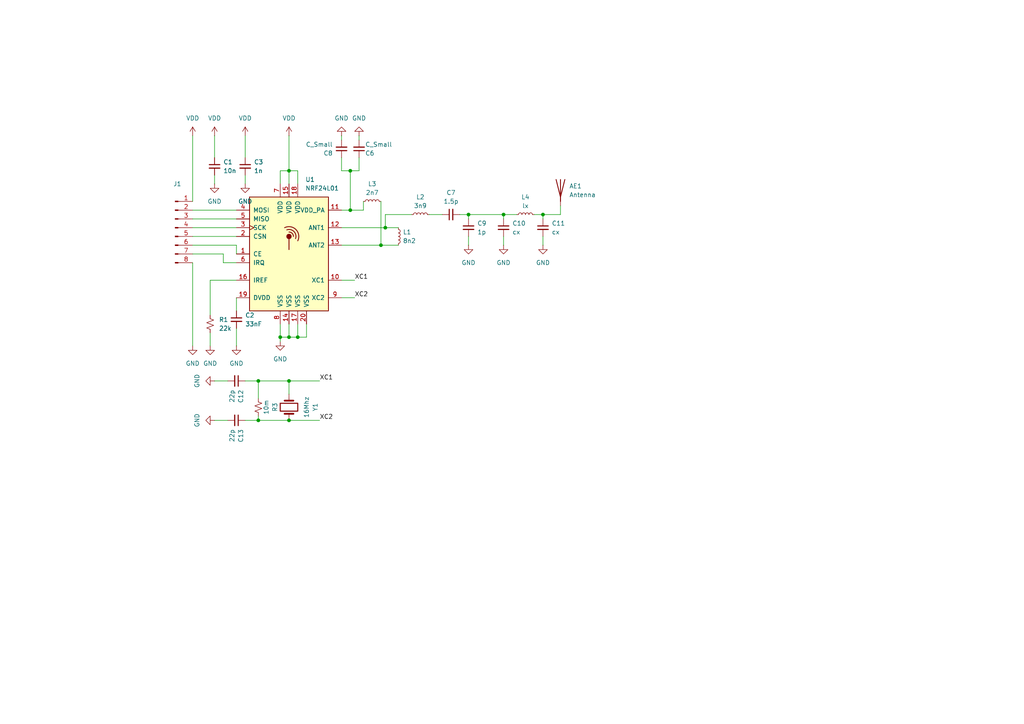
<source format=kicad_sch>
(kicad_sch
	(version 20250114)
	(generator "eeschema")
	(generator_version "9.0")
	(uuid "11cfd706-660f-4f26-9ab5-265acb7c256a")
	(paper "A4")
	(lib_symbols
		(symbol "Connector:Conn_01x08_Pin"
			(pin_names
				(offset 1.016)
				(hide yes)
			)
			(exclude_from_sim no)
			(in_bom yes)
			(on_board yes)
			(property "Reference" "J"
				(at 0 10.16 0)
				(effects
					(font
						(size 1.27 1.27)
					)
				)
			)
			(property "Value" "Conn_01x08_Pin"
				(at 0 -12.7 0)
				(effects
					(font
						(size 1.27 1.27)
					)
				)
			)
			(property "Footprint" ""
				(at 0 0 0)
				(effects
					(font
						(size 1.27 1.27)
					)
					(hide yes)
				)
			)
			(property "Datasheet" "~"
				(at 0 0 0)
				(effects
					(font
						(size 1.27 1.27)
					)
					(hide yes)
				)
			)
			(property "Description" "Generic connector, single row, 01x08, script generated"
				(at 0 0 0)
				(effects
					(font
						(size 1.27 1.27)
					)
					(hide yes)
				)
			)
			(property "ki_locked" ""
				(at 0 0 0)
				(effects
					(font
						(size 1.27 1.27)
					)
				)
			)
			(property "ki_keywords" "connector"
				(at 0 0 0)
				(effects
					(font
						(size 1.27 1.27)
					)
					(hide yes)
				)
			)
			(property "ki_fp_filters" "Connector*:*_1x??_*"
				(at 0 0 0)
				(effects
					(font
						(size 1.27 1.27)
					)
					(hide yes)
				)
			)
			(symbol "Conn_01x08_Pin_1_1"
				(rectangle
					(start 0.8636 7.747)
					(end 0 7.493)
					(stroke
						(width 0.1524)
						(type default)
					)
					(fill
						(type outline)
					)
				)
				(rectangle
					(start 0.8636 5.207)
					(end 0 4.953)
					(stroke
						(width 0.1524)
						(type default)
					)
					(fill
						(type outline)
					)
				)
				(rectangle
					(start 0.8636 2.667)
					(end 0 2.413)
					(stroke
						(width 0.1524)
						(type default)
					)
					(fill
						(type outline)
					)
				)
				(rectangle
					(start 0.8636 0.127)
					(end 0 -0.127)
					(stroke
						(width 0.1524)
						(type default)
					)
					(fill
						(type outline)
					)
				)
				(rectangle
					(start 0.8636 -2.413)
					(end 0 -2.667)
					(stroke
						(width 0.1524)
						(type default)
					)
					(fill
						(type outline)
					)
				)
				(rectangle
					(start 0.8636 -4.953)
					(end 0 -5.207)
					(stroke
						(width 0.1524)
						(type default)
					)
					(fill
						(type outline)
					)
				)
				(rectangle
					(start 0.8636 -7.493)
					(end 0 -7.747)
					(stroke
						(width 0.1524)
						(type default)
					)
					(fill
						(type outline)
					)
				)
				(rectangle
					(start 0.8636 -10.033)
					(end 0 -10.287)
					(stroke
						(width 0.1524)
						(type default)
					)
					(fill
						(type outline)
					)
				)
				(polyline
					(pts
						(xy 1.27 7.62) (xy 0.8636 7.62)
					)
					(stroke
						(width 0.1524)
						(type default)
					)
					(fill
						(type none)
					)
				)
				(polyline
					(pts
						(xy 1.27 5.08) (xy 0.8636 5.08)
					)
					(stroke
						(width 0.1524)
						(type default)
					)
					(fill
						(type none)
					)
				)
				(polyline
					(pts
						(xy 1.27 2.54) (xy 0.8636 2.54)
					)
					(stroke
						(width 0.1524)
						(type default)
					)
					(fill
						(type none)
					)
				)
				(polyline
					(pts
						(xy 1.27 0) (xy 0.8636 0)
					)
					(stroke
						(width 0.1524)
						(type default)
					)
					(fill
						(type none)
					)
				)
				(polyline
					(pts
						(xy 1.27 -2.54) (xy 0.8636 -2.54)
					)
					(stroke
						(width 0.1524)
						(type default)
					)
					(fill
						(type none)
					)
				)
				(polyline
					(pts
						(xy 1.27 -5.08) (xy 0.8636 -5.08)
					)
					(stroke
						(width 0.1524)
						(type default)
					)
					(fill
						(type none)
					)
				)
				(polyline
					(pts
						(xy 1.27 -7.62) (xy 0.8636 -7.62)
					)
					(stroke
						(width 0.1524)
						(type default)
					)
					(fill
						(type none)
					)
				)
				(polyline
					(pts
						(xy 1.27 -10.16) (xy 0.8636 -10.16)
					)
					(stroke
						(width 0.1524)
						(type default)
					)
					(fill
						(type none)
					)
				)
				(pin passive line
					(at 5.08 7.62 180)
					(length 3.81)
					(name "Pin_1"
						(effects
							(font
								(size 1.27 1.27)
							)
						)
					)
					(number "1"
						(effects
							(font
								(size 1.27 1.27)
							)
						)
					)
				)
				(pin passive line
					(at 5.08 5.08 180)
					(length 3.81)
					(name "Pin_2"
						(effects
							(font
								(size 1.27 1.27)
							)
						)
					)
					(number "2"
						(effects
							(font
								(size 1.27 1.27)
							)
						)
					)
				)
				(pin passive line
					(at 5.08 2.54 180)
					(length 3.81)
					(name "Pin_3"
						(effects
							(font
								(size 1.27 1.27)
							)
						)
					)
					(number "3"
						(effects
							(font
								(size 1.27 1.27)
							)
						)
					)
				)
				(pin passive line
					(at 5.08 0 180)
					(length 3.81)
					(name "Pin_4"
						(effects
							(font
								(size 1.27 1.27)
							)
						)
					)
					(number "4"
						(effects
							(font
								(size 1.27 1.27)
							)
						)
					)
				)
				(pin passive line
					(at 5.08 -2.54 180)
					(length 3.81)
					(name "Pin_5"
						(effects
							(font
								(size 1.27 1.27)
							)
						)
					)
					(number "5"
						(effects
							(font
								(size 1.27 1.27)
							)
						)
					)
				)
				(pin passive line
					(at 5.08 -5.08 180)
					(length 3.81)
					(name "Pin_6"
						(effects
							(font
								(size 1.27 1.27)
							)
						)
					)
					(number "6"
						(effects
							(font
								(size 1.27 1.27)
							)
						)
					)
				)
				(pin passive line
					(at 5.08 -7.62 180)
					(length 3.81)
					(name "Pin_7"
						(effects
							(font
								(size 1.27 1.27)
							)
						)
					)
					(number "7"
						(effects
							(font
								(size 1.27 1.27)
							)
						)
					)
				)
				(pin passive line
					(at 5.08 -10.16 180)
					(length 3.81)
					(name "Pin_8"
						(effects
							(font
								(size 1.27 1.27)
							)
						)
					)
					(number "8"
						(effects
							(font
								(size 1.27 1.27)
							)
						)
					)
				)
			)
			(embedded_fonts no)
		)
		(symbol "Device:Antenna"
			(pin_numbers
				(hide yes)
			)
			(pin_names
				(offset 1.016)
				(hide yes)
			)
			(exclude_from_sim no)
			(in_bom yes)
			(on_board yes)
			(property "Reference" "AE"
				(at -1.905 1.905 0)
				(effects
					(font
						(size 1.27 1.27)
					)
					(justify right)
				)
			)
			(property "Value" "Antenna"
				(at -1.905 0 0)
				(effects
					(font
						(size 1.27 1.27)
					)
					(justify right)
				)
			)
			(property "Footprint" ""
				(at 0 0 0)
				(effects
					(font
						(size 1.27 1.27)
					)
					(hide yes)
				)
			)
			(property "Datasheet" "~"
				(at 0 0 0)
				(effects
					(font
						(size 1.27 1.27)
					)
					(hide yes)
				)
			)
			(property "Description" "Antenna"
				(at 0 0 0)
				(effects
					(font
						(size 1.27 1.27)
					)
					(hide yes)
				)
			)
			(property "ki_keywords" "antenna"
				(at 0 0 0)
				(effects
					(font
						(size 1.27 1.27)
					)
					(hide yes)
				)
			)
			(symbol "Antenna_0_1"
				(polyline
					(pts
						(xy 0 2.54) (xy 0 -3.81)
					)
					(stroke
						(width 0.254)
						(type default)
					)
					(fill
						(type none)
					)
				)
				(polyline
					(pts
						(xy 1.27 2.54) (xy 0 -2.54) (xy -1.27 2.54)
					)
					(stroke
						(width 0.254)
						(type default)
					)
					(fill
						(type none)
					)
				)
			)
			(symbol "Antenna_1_1"
				(pin input line
					(at 0 -5.08 90)
					(length 2.54)
					(name "A"
						(effects
							(font
								(size 1.27 1.27)
							)
						)
					)
					(number "1"
						(effects
							(font
								(size 1.27 1.27)
							)
						)
					)
				)
			)
			(embedded_fonts no)
		)
		(symbol "Device:C_Small"
			(pin_numbers
				(hide yes)
			)
			(pin_names
				(offset 0.254)
				(hide yes)
			)
			(exclude_from_sim no)
			(in_bom yes)
			(on_board yes)
			(property "Reference" "C"
				(at 0.254 1.778 0)
				(effects
					(font
						(size 1.27 1.27)
					)
					(justify left)
				)
			)
			(property "Value" "C_Small"
				(at 0.254 -2.032 0)
				(effects
					(font
						(size 1.27 1.27)
					)
					(justify left)
				)
			)
			(property "Footprint" ""
				(at 0 0 0)
				(effects
					(font
						(size 1.27 1.27)
					)
					(hide yes)
				)
			)
			(property "Datasheet" "~"
				(at 0 0 0)
				(effects
					(font
						(size 1.27 1.27)
					)
					(hide yes)
				)
			)
			(property "Description" "Unpolarized capacitor, small symbol"
				(at 0 0 0)
				(effects
					(font
						(size 1.27 1.27)
					)
					(hide yes)
				)
			)
			(property "ki_keywords" "capacitor cap"
				(at 0 0 0)
				(effects
					(font
						(size 1.27 1.27)
					)
					(hide yes)
				)
			)
			(property "ki_fp_filters" "C_*"
				(at 0 0 0)
				(effects
					(font
						(size 1.27 1.27)
					)
					(hide yes)
				)
			)
			(symbol "C_Small_0_1"
				(polyline
					(pts
						(xy -1.524 0.508) (xy 1.524 0.508)
					)
					(stroke
						(width 0.3048)
						(type default)
					)
					(fill
						(type none)
					)
				)
				(polyline
					(pts
						(xy -1.524 -0.508) (xy 1.524 -0.508)
					)
					(stroke
						(width 0.3302)
						(type default)
					)
					(fill
						(type none)
					)
				)
			)
			(symbol "C_Small_1_1"
				(pin passive line
					(at 0 2.54 270)
					(length 2.032)
					(name "~"
						(effects
							(font
								(size 1.27 1.27)
							)
						)
					)
					(number "1"
						(effects
							(font
								(size 1.27 1.27)
							)
						)
					)
				)
				(pin passive line
					(at 0 -2.54 90)
					(length 2.032)
					(name "~"
						(effects
							(font
								(size 1.27 1.27)
							)
						)
					)
					(number "2"
						(effects
							(font
								(size 1.27 1.27)
							)
						)
					)
				)
			)
			(embedded_fonts no)
		)
		(symbol "Device:Crystal"
			(pin_numbers
				(hide yes)
			)
			(pin_names
				(offset 1.016)
				(hide yes)
			)
			(exclude_from_sim no)
			(in_bom yes)
			(on_board yes)
			(property "Reference" "Y"
				(at 0 3.81 0)
				(effects
					(font
						(size 1.27 1.27)
					)
				)
			)
			(property "Value" "Crystal"
				(at 0 -3.81 0)
				(effects
					(font
						(size 1.27 1.27)
					)
				)
			)
			(property "Footprint" ""
				(at 0 0 0)
				(effects
					(font
						(size 1.27 1.27)
					)
					(hide yes)
				)
			)
			(property "Datasheet" "~"
				(at 0 0 0)
				(effects
					(font
						(size 1.27 1.27)
					)
					(hide yes)
				)
			)
			(property "Description" "Two pin crystal"
				(at 0 0 0)
				(effects
					(font
						(size 1.27 1.27)
					)
					(hide yes)
				)
			)
			(property "ki_keywords" "quartz ceramic resonator oscillator"
				(at 0 0 0)
				(effects
					(font
						(size 1.27 1.27)
					)
					(hide yes)
				)
			)
			(property "ki_fp_filters" "Crystal*"
				(at 0 0 0)
				(effects
					(font
						(size 1.27 1.27)
					)
					(hide yes)
				)
			)
			(symbol "Crystal_0_1"
				(polyline
					(pts
						(xy -2.54 0) (xy -1.905 0)
					)
					(stroke
						(width 0)
						(type default)
					)
					(fill
						(type none)
					)
				)
				(polyline
					(pts
						(xy -1.905 -1.27) (xy -1.905 1.27)
					)
					(stroke
						(width 0.508)
						(type default)
					)
					(fill
						(type none)
					)
				)
				(rectangle
					(start -1.143 2.54)
					(end 1.143 -2.54)
					(stroke
						(width 0.3048)
						(type default)
					)
					(fill
						(type none)
					)
				)
				(polyline
					(pts
						(xy 1.905 -1.27) (xy 1.905 1.27)
					)
					(stroke
						(width 0.508)
						(type default)
					)
					(fill
						(type none)
					)
				)
				(polyline
					(pts
						(xy 2.54 0) (xy 1.905 0)
					)
					(stroke
						(width 0)
						(type default)
					)
					(fill
						(type none)
					)
				)
			)
			(symbol "Crystal_1_1"
				(pin passive line
					(at -3.81 0 0)
					(length 1.27)
					(name "1"
						(effects
							(font
								(size 1.27 1.27)
							)
						)
					)
					(number "1"
						(effects
							(font
								(size 1.27 1.27)
							)
						)
					)
				)
				(pin passive line
					(at 3.81 0 180)
					(length 1.27)
					(name "2"
						(effects
							(font
								(size 1.27 1.27)
							)
						)
					)
					(number "2"
						(effects
							(font
								(size 1.27 1.27)
							)
						)
					)
				)
			)
			(embedded_fonts no)
		)
		(symbol "Device:L_Small"
			(pin_numbers
				(hide yes)
			)
			(pin_names
				(offset 0.254)
				(hide yes)
			)
			(exclude_from_sim no)
			(in_bom yes)
			(on_board yes)
			(property "Reference" "L"
				(at 0.762 1.016 0)
				(effects
					(font
						(size 1.27 1.27)
					)
					(justify left)
				)
			)
			(property "Value" "L_Small"
				(at 0.762 -1.016 0)
				(effects
					(font
						(size 1.27 1.27)
					)
					(justify left)
				)
			)
			(property "Footprint" ""
				(at 0 0 0)
				(effects
					(font
						(size 1.27 1.27)
					)
					(hide yes)
				)
			)
			(property "Datasheet" "~"
				(at 0 0 0)
				(effects
					(font
						(size 1.27 1.27)
					)
					(hide yes)
				)
			)
			(property "Description" "Inductor, small symbol"
				(at 0 0 0)
				(effects
					(font
						(size 1.27 1.27)
					)
					(hide yes)
				)
			)
			(property "ki_keywords" "inductor choke coil reactor magnetic"
				(at 0 0 0)
				(effects
					(font
						(size 1.27 1.27)
					)
					(hide yes)
				)
			)
			(property "ki_fp_filters" "Choke_* *Coil* Inductor_* L_*"
				(at 0 0 0)
				(effects
					(font
						(size 1.27 1.27)
					)
					(hide yes)
				)
			)
			(symbol "L_Small_0_1"
				(arc
					(start 0 2.032)
					(mid 0.5058 1.524)
					(end 0 1.016)
					(stroke
						(width 0)
						(type default)
					)
					(fill
						(type none)
					)
				)
				(arc
					(start 0 1.016)
					(mid 0.5058 0.508)
					(end 0 0)
					(stroke
						(width 0)
						(type default)
					)
					(fill
						(type none)
					)
				)
				(arc
					(start 0 0)
					(mid 0.5058 -0.508)
					(end 0 -1.016)
					(stroke
						(width 0)
						(type default)
					)
					(fill
						(type none)
					)
				)
				(arc
					(start 0 -1.016)
					(mid 0.5058 -1.524)
					(end 0 -2.032)
					(stroke
						(width 0)
						(type default)
					)
					(fill
						(type none)
					)
				)
			)
			(symbol "L_Small_1_1"
				(pin passive line
					(at 0 2.54 270)
					(length 0.508)
					(name "~"
						(effects
							(font
								(size 1.27 1.27)
							)
						)
					)
					(number "1"
						(effects
							(font
								(size 1.27 1.27)
							)
						)
					)
				)
				(pin passive line
					(at 0 -2.54 90)
					(length 0.508)
					(name "~"
						(effects
							(font
								(size 1.27 1.27)
							)
						)
					)
					(number "2"
						(effects
							(font
								(size 1.27 1.27)
							)
						)
					)
				)
			)
			(embedded_fonts no)
		)
		(symbol "Device:R_Small_US"
			(pin_numbers
				(hide yes)
			)
			(pin_names
				(offset 0.254)
				(hide yes)
			)
			(exclude_from_sim no)
			(in_bom yes)
			(on_board yes)
			(property "Reference" "R"
				(at 0.762 0.508 0)
				(effects
					(font
						(size 1.27 1.27)
					)
					(justify left)
				)
			)
			(property "Value" "R_Small_US"
				(at 0.762 -1.016 0)
				(effects
					(font
						(size 1.27 1.27)
					)
					(justify left)
				)
			)
			(property "Footprint" ""
				(at 0 0 0)
				(effects
					(font
						(size 1.27 1.27)
					)
					(hide yes)
				)
			)
			(property "Datasheet" "~"
				(at 0 0 0)
				(effects
					(font
						(size 1.27 1.27)
					)
					(hide yes)
				)
			)
			(property "Description" "Resistor, small US symbol"
				(at 0 0 0)
				(effects
					(font
						(size 1.27 1.27)
					)
					(hide yes)
				)
			)
			(property "ki_keywords" "r resistor"
				(at 0 0 0)
				(effects
					(font
						(size 1.27 1.27)
					)
					(hide yes)
				)
			)
			(property "ki_fp_filters" "R_*"
				(at 0 0 0)
				(effects
					(font
						(size 1.27 1.27)
					)
					(hide yes)
				)
			)
			(symbol "R_Small_US_1_1"
				(polyline
					(pts
						(xy 0 1.524) (xy 1.016 1.143) (xy 0 0.762) (xy -1.016 0.381) (xy 0 0)
					)
					(stroke
						(width 0)
						(type default)
					)
					(fill
						(type none)
					)
				)
				(polyline
					(pts
						(xy 0 0) (xy 1.016 -0.381) (xy 0 -0.762) (xy -1.016 -1.143) (xy 0 -1.524)
					)
					(stroke
						(width 0)
						(type default)
					)
					(fill
						(type none)
					)
				)
				(pin passive line
					(at 0 2.54 270)
					(length 1.016)
					(name "~"
						(effects
							(font
								(size 1.27 1.27)
							)
						)
					)
					(number "1"
						(effects
							(font
								(size 1.27 1.27)
							)
						)
					)
				)
				(pin passive line
					(at 0 -2.54 90)
					(length 1.016)
					(name "~"
						(effects
							(font
								(size 1.27 1.27)
							)
						)
					)
					(number "2"
						(effects
							(font
								(size 1.27 1.27)
							)
						)
					)
				)
			)
			(embedded_fonts no)
		)
		(symbol "RF:NRF24L01"
			(pin_names
				(offset 1.016)
			)
			(exclude_from_sim no)
			(in_bom yes)
			(on_board yes)
			(property "Reference" "U"
				(at -11.43 17.78 0)
				(effects
					(font
						(size 1.27 1.27)
					)
					(justify left)
				)
			)
			(property "Value" "NRF24L01"
				(at 5.08 17.78 0)
				(effects
					(font
						(size 1.27 1.27)
					)
					(justify left)
				)
			)
			(property "Footprint" "Package_DFN_QFN:QFN-20-1EP_4x4mm_P0.5mm_EP2.5x2.5mm"
				(at 5.08 20.32 0)
				(effects
					(font
						(size 1.27 1.27)
						(italic yes)
					)
					(justify left)
					(hide yes)
				)
			)
			(property "Datasheet" "http://www.nordicsemi.com/eng/content/download/2730/34105/file/nRF24L01_Product_Specification_v2_0.pdf"
				(at 0 2.54 0)
				(effects
					(font
						(size 1.27 1.27)
					)
					(hide yes)
				)
			)
			(property "Description" "Ultra low power 2.4GHz RF Transceiver, QFN-20"
				(at 0 0 0)
				(effects
					(font
						(size 1.27 1.27)
					)
					(hide yes)
				)
			)
			(property "ki_keywords" "Low Power RF Transceiver"
				(at 0 0 0)
				(effects
					(font
						(size 1.27 1.27)
					)
					(hide yes)
				)
			)
			(property "ki_fp_filters" "QFN*4x4*0.5mm*"
				(at 0 0 0)
				(effects
					(font
						(size 1.27 1.27)
					)
					(hide yes)
				)
			)
			(symbol "NRF24L01_0_1"
				(rectangle
					(start -11.43 16.51)
					(end 11.43 -16.51)
					(stroke
						(width 0.254)
						(type default)
					)
					(fill
						(type background)
					)
				)
				(arc
					(start -1.27 7.62)
					(mid 2.008 7.088)
					(end 2.54 3.81)
					(stroke
						(width 0.254)
						(type default)
					)
					(fill
						(type none)
					)
				)
				(circle
					(center 0 5.08)
					(radius 0.635)
					(stroke
						(width 0.254)
						(type default)
					)
					(fill
						(type outline)
					)
				)
				(polyline
					(pts
						(xy 0 4.445) (xy 0 1.27)
					)
					(stroke
						(width 0.254)
						(type default)
					)
					(fill
						(type none)
					)
				)
				(arc
					(start -0.635 6.985)
					(mid 1.4383 6.5183)
					(end 1.905 4.445)
					(stroke
						(width 0.254)
						(type default)
					)
					(fill
						(type none)
					)
				)
				(arc
					(start 0 6.35)
					(mid 0.9108 5.9908)
					(end 1.27 5.08)
					(stroke
						(width 0.254)
						(type default)
					)
					(fill
						(type none)
					)
				)
				(rectangle
					(start 11.43 -13.97)
					(end 11.43 -13.97)
					(stroke
						(width 0)
						(type default)
					)
					(fill
						(type none)
					)
				)
			)
			(symbol "NRF24L01_1_1"
				(pin input line
					(at -15.24 12.7 0)
					(length 3.81)
					(name "MOSI"
						(effects
							(font
								(size 1.27 1.27)
							)
						)
					)
					(number "4"
						(effects
							(font
								(size 1.27 1.27)
							)
						)
					)
				)
				(pin output line
					(at -15.24 10.16 0)
					(length 3.81)
					(name "MISO"
						(effects
							(font
								(size 1.27 1.27)
							)
						)
					)
					(number "5"
						(effects
							(font
								(size 1.27 1.27)
							)
						)
					)
				)
				(pin input clock
					(at -15.24 7.62 0)
					(length 3.81)
					(name "SCK"
						(effects
							(font
								(size 1.27 1.27)
							)
						)
					)
					(number "3"
						(effects
							(font
								(size 1.27 1.27)
							)
						)
					)
				)
				(pin input line
					(at -15.24 5.08 0)
					(length 3.81)
					(name "CSN"
						(effects
							(font
								(size 1.27 1.27)
							)
						)
					)
					(number "2"
						(effects
							(font
								(size 1.27 1.27)
							)
						)
					)
				)
				(pin input line
					(at -15.24 0 0)
					(length 3.81)
					(name "CE"
						(effects
							(font
								(size 1.27 1.27)
							)
						)
					)
					(number "1"
						(effects
							(font
								(size 1.27 1.27)
							)
						)
					)
				)
				(pin output line
					(at -15.24 -2.54 0)
					(length 3.81)
					(name "IRQ"
						(effects
							(font
								(size 1.27 1.27)
							)
						)
					)
					(number "6"
						(effects
							(font
								(size 1.27 1.27)
							)
						)
					)
				)
				(pin passive line
					(at -15.24 -7.62 0)
					(length 3.81)
					(name "IREF"
						(effects
							(font
								(size 1.27 1.27)
							)
						)
					)
					(number "16"
						(effects
							(font
								(size 1.27 1.27)
							)
						)
					)
				)
				(pin power_out line
					(at -15.24 -12.7 0)
					(length 3.81)
					(name "DVDD"
						(effects
							(font
								(size 1.27 1.27)
							)
						)
					)
					(number "19"
						(effects
							(font
								(size 1.27 1.27)
							)
						)
					)
				)
				(pin power_in line
					(at -2.54 20.32 270)
					(length 3.81)
					(name "VDD"
						(effects
							(font
								(size 1.27 1.27)
							)
						)
					)
					(number "7"
						(effects
							(font
								(size 1.27 1.27)
							)
						)
					)
				)
				(pin power_in line
					(at -2.54 -20.32 90)
					(length 3.81)
					(name "VSS"
						(effects
							(font
								(size 1.27 1.27)
							)
						)
					)
					(number "8"
						(effects
							(font
								(size 1.27 1.27)
							)
						)
					)
				)
				(pin power_in line
					(at 0 20.32 270)
					(length 3.81)
					(name "VDD"
						(effects
							(font
								(size 1.27 1.27)
							)
						)
					)
					(number "15"
						(effects
							(font
								(size 1.27 1.27)
							)
						)
					)
				)
				(pin power_in line
					(at 0 -20.32 90)
					(length 3.81)
					(name "VSS"
						(effects
							(font
								(size 1.27 1.27)
							)
						)
					)
					(number "14"
						(effects
							(font
								(size 1.27 1.27)
							)
						)
					)
				)
				(pin power_in line
					(at 2.54 20.32 270)
					(length 3.81)
					(name "VDD"
						(effects
							(font
								(size 1.27 1.27)
							)
						)
					)
					(number "18"
						(effects
							(font
								(size 1.27 1.27)
							)
						)
					)
				)
				(pin power_in line
					(at 2.54 -20.32 90)
					(length 3.81)
					(name "VSS"
						(effects
							(font
								(size 1.27 1.27)
							)
						)
					)
					(number "17"
						(effects
							(font
								(size 1.27 1.27)
							)
						)
					)
				)
				(pin power_in line
					(at 5.08 -20.32 90)
					(length 3.81)
					(name "VSS"
						(effects
							(font
								(size 1.27 1.27)
							)
						)
					)
					(number "20"
						(effects
							(font
								(size 1.27 1.27)
							)
						)
					)
				)
				(pin power_out line
					(at 15.24 12.7 180)
					(length 3.81)
					(name "VDD_PA"
						(effects
							(font
								(size 1.27 1.27)
							)
						)
					)
					(number "11"
						(effects
							(font
								(size 1.27 1.27)
							)
						)
					)
				)
				(pin passive line
					(at 15.24 7.62 180)
					(length 3.81)
					(name "ANT1"
						(effects
							(font
								(size 1.27 1.27)
							)
						)
					)
					(number "12"
						(effects
							(font
								(size 1.27 1.27)
							)
						)
					)
				)
				(pin passive line
					(at 15.24 2.54 180)
					(length 3.81)
					(name "ANT2"
						(effects
							(font
								(size 1.27 1.27)
							)
						)
					)
					(number "13"
						(effects
							(font
								(size 1.27 1.27)
							)
						)
					)
				)
				(pin passive line
					(at 15.24 -7.62 180)
					(length 3.81)
					(name "XC1"
						(effects
							(font
								(size 1.27 1.27)
							)
						)
					)
					(number "10"
						(effects
							(font
								(size 1.27 1.27)
							)
						)
					)
				)
				(pin passive line
					(at 15.24 -12.7 180)
					(length 3.81)
					(name "XC2"
						(effects
							(font
								(size 1.27 1.27)
							)
						)
					)
					(number "9"
						(effects
							(font
								(size 1.27 1.27)
							)
						)
					)
				)
			)
			(embedded_fonts no)
		)
		(symbol "power:GND"
			(power)
			(pin_numbers
				(hide yes)
			)
			(pin_names
				(offset 0)
				(hide yes)
			)
			(exclude_from_sim no)
			(in_bom yes)
			(on_board yes)
			(property "Reference" "#PWR"
				(at 0 -6.35 0)
				(effects
					(font
						(size 1.27 1.27)
					)
					(hide yes)
				)
			)
			(property "Value" "GND"
				(at 0 -3.81 0)
				(effects
					(font
						(size 1.27 1.27)
					)
				)
			)
			(property "Footprint" ""
				(at 0 0 0)
				(effects
					(font
						(size 1.27 1.27)
					)
					(hide yes)
				)
			)
			(property "Datasheet" ""
				(at 0 0 0)
				(effects
					(font
						(size 1.27 1.27)
					)
					(hide yes)
				)
			)
			(property "Description" "Power symbol creates a global label with name \"GND\" , ground"
				(at 0 0 0)
				(effects
					(font
						(size 1.27 1.27)
					)
					(hide yes)
				)
			)
			(property "ki_keywords" "global power"
				(at 0 0 0)
				(effects
					(font
						(size 1.27 1.27)
					)
					(hide yes)
				)
			)
			(symbol "GND_0_1"
				(polyline
					(pts
						(xy 0 0) (xy 0 -1.27) (xy 1.27 -1.27) (xy 0 -2.54) (xy -1.27 -1.27) (xy 0 -1.27)
					)
					(stroke
						(width 0)
						(type default)
					)
					(fill
						(type none)
					)
				)
			)
			(symbol "GND_1_1"
				(pin power_in line
					(at 0 0 270)
					(length 0)
					(name "~"
						(effects
							(font
								(size 1.27 1.27)
							)
						)
					)
					(number "1"
						(effects
							(font
								(size 1.27 1.27)
							)
						)
					)
				)
			)
			(embedded_fonts no)
		)
		(symbol "power:VDD"
			(power)
			(pin_numbers
				(hide yes)
			)
			(pin_names
				(offset 0)
				(hide yes)
			)
			(exclude_from_sim no)
			(in_bom yes)
			(on_board yes)
			(property "Reference" "#PWR"
				(at 0 -3.81 0)
				(effects
					(font
						(size 1.27 1.27)
					)
					(hide yes)
				)
			)
			(property "Value" "VDD"
				(at 0 3.556 0)
				(effects
					(font
						(size 1.27 1.27)
					)
				)
			)
			(property "Footprint" ""
				(at 0 0 0)
				(effects
					(font
						(size 1.27 1.27)
					)
					(hide yes)
				)
			)
			(property "Datasheet" ""
				(at 0 0 0)
				(effects
					(font
						(size 1.27 1.27)
					)
					(hide yes)
				)
			)
			(property "Description" "Power symbol creates a global label with name \"VDD\""
				(at 0 0 0)
				(effects
					(font
						(size 1.27 1.27)
					)
					(hide yes)
				)
			)
			(property "ki_keywords" "global power"
				(at 0 0 0)
				(effects
					(font
						(size 1.27 1.27)
					)
					(hide yes)
				)
			)
			(symbol "VDD_0_1"
				(polyline
					(pts
						(xy -0.762 1.27) (xy 0 2.54)
					)
					(stroke
						(width 0)
						(type default)
					)
					(fill
						(type none)
					)
				)
				(polyline
					(pts
						(xy 0 2.54) (xy 0.762 1.27)
					)
					(stroke
						(width 0)
						(type default)
					)
					(fill
						(type none)
					)
				)
				(polyline
					(pts
						(xy 0 0) (xy 0 2.54)
					)
					(stroke
						(width 0)
						(type default)
					)
					(fill
						(type none)
					)
				)
			)
			(symbol "VDD_1_1"
				(pin power_in line
					(at 0 0 90)
					(length 0)
					(name "~"
						(effects
							(font
								(size 1.27 1.27)
							)
						)
					)
					(number "1"
						(effects
							(font
								(size 1.27 1.27)
							)
						)
					)
				)
			)
			(embedded_fonts no)
		)
	)
	(junction
		(at 101.6 49.53)
		(diameter 0)
		(color 0 0 0 0)
		(uuid "077b4c52-4b23-42f0-af87-58d0d6d8ca8b")
	)
	(junction
		(at 83.82 121.92)
		(diameter 0)
		(color 0 0 0 0)
		(uuid "1261264c-f4d4-4dad-98c9-e7281e3b2879")
	)
	(junction
		(at 110.49 71.12)
		(diameter 0)
		(color 0 0 0 0)
		(uuid "16c77e46-dd1e-45fd-9a52-343c131b5022")
	)
	(junction
		(at 135.89 62.23)
		(diameter 0)
		(color 0 0 0 0)
		(uuid "27bd7342-75af-495e-8a14-a12382478629")
	)
	(junction
		(at 86.36 97.79)
		(diameter 0)
		(color 0 0 0 0)
		(uuid "33388435-0e44-4550-ab8b-06ac29e1c803")
	)
	(junction
		(at 101.6 60.96)
		(diameter 0)
		(color 0 0 0 0)
		(uuid "425b39cd-8730-49e0-94c7-1fd97f441c0e")
	)
	(junction
		(at 83.82 49.53)
		(diameter 0)
		(color 0 0 0 0)
		(uuid "5377b90e-876d-42f7-b3eb-7117554a6807")
	)
	(junction
		(at 83.82 110.49)
		(diameter 0)
		(color 0 0 0 0)
		(uuid "68333b89-ede2-46bf-9f12-fad10636fb18")
	)
	(junction
		(at 74.93 121.92)
		(diameter 0)
		(color 0 0 0 0)
		(uuid "7ba00fba-cd66-4e90-bfd7-41343323a0ad")
	)
	(junction
		(at 157.48 62.23)
		(diameter 0)
		(color 0 0 0 0)
		(uuid "7cdb4aa4-4937-4e3a-a38e-9309091f4e36")
	)
	(junction
		(at 111.76 66.04)
		(diameter 0)
		(color 0 0 0 0)
		(uuid "a34f33dc-25c6-4e43-9134-b63212577df9")
	)
	(junction
		(at 83.82 97.79)
		(diameter 0)
		(color 0 0 0 0)
		(uuid "a5ee8a2d-3a5e-4c0c-bf13-a48fb5c21563")
	)
	(junction
		(at 81.28 97.79)
		(diameter 0)
		(color 0 0 0 0)
		(uuid "d3d14aad-56be-4a9a-ab45-1c71762d24c9")
	)
	(junction
		(at 146.05 62.23)
		(diameter 0)
		(color 0 0 0 0)
		(uuid "f07e4d02-831d-409f-acf9-e1a7a4f49ae8")
	)
	(junction
		(at 74.93 110.49)
		(diameter 0)
		(color 0 0 0 0)
		(uuid "fdf42cd2-7028-497a-8fcf-221737919c6d")
	)
	(wire
		(pts
			(xy 86.36 97.79) (xy 83.82 97.79)
		)
		(stroke
			(width 0)
			(type default)
		)
		(uuid "02eb9a0e-78c5-4dd1-945e-dcaa7e3b44f5")
	)
	(wire
		(pts
			(xy 71.12 39.37) (xy 71.12 45.72)
		)
		(stroke
			(width 0)
			(type default)
		)
		(uuid "050da4a0-5865-482e-8638-e0d7e070d55d")
	)
	(wire
		(pts
			(xy 83.82 49.53) (xy 83.82 53.34)
		)
		(stroke
			(width 0)
			(type default)
		)
		(uuid "070a54f2-c189-41f2-bde1-80bfb865b573")
	)
	(wire
		(pts
			(xy 71.12 50.8) (xy 71.12 53.34)
		)
		(stroke
			(width 0)
			(type default)
		)
		(uuid "0a053c0f-c5a3-422f-8a00-28c37784a43a")
	)
	(wire
		(pts
			(xy 162.56 59.69) (xy 162.56 62.23)
		)
		(stroke
			(width 0)
			(type default)
		)
		(uuid "0fb406a3-b87e-45f2-a6c6-3b5cd0ceecc8")
	)
	(wire
		(pts
			(xy 55.88 66.04) (xy 68.58 66.04)
		)
		(stroke
			(width 0)
			(type default)
		)
		(uuid "15c0a94c-8126-4956-b491-aa986caa5889")
	)
	(wire
		(pts
			(xy 83.82 121.92) (xy 74.93 121.92)
		)
		(stroke
			(width 0)
			(type default)
		)
		(uuid "1f3c15d9-6d35-4a8e-b478-1bbdf4728ab4")
	)
	(wire
		(pts
			(xy 101.6 49.53) (xy 101.6 60.96)
		)
		(stroke
			(width 0)
			(type default)
		)
		(uuid "2099d2a6-f016-4fa0-9f3b-06924da0528a")
	)
	(wire
		(pts
			(xy 104.14 39.37) (xy 104.14 40.64)
		)
		(stroke
			(width 0)
			(type default)
		)
		(uuid "22a966b2-c064-4dcc-a048-24e775250d58")
	)
	(wire
		(pts
			(xy 119.38 62.23) (xy 111.76 62.23)
		)
		(stroke
			(width 0)
			(type default)
		)
		(uuid "24c24a7c-ae55-4f26-bae1-a1c7ab09b4fe")
	)
	(wire
		(pts
			(xy 60.96 96.52) (xy 60.96 100.33)
		)
		(stroke
			(width 0)
			(type default)
		)
		(uuid "259fdc72-5c61-4d10-a1c9-8aa52eb16034")
	)
	(wire
		(pts
			(xy 146.05 63.5) (xy 146.05 62.23)
		)
		(stroke
			(width 0)
			(type default)
		)
		(uuid "266df0a2-d191-4714-a0ad-4db4815e38fa")
	)
	(wire
		(pts
			(xy 81.28 97.79) (xy 81.28 99.06)
		)
		(stroke
			(width 0)
			(type default)
		)
		(uuid "2ef35c21-0b55-4528-a00f-4ca2e6b81ccf")
	)
	(wire
		(pts
			(xy 74.93 110.49) (xy 74.93 115.57)
		)
		(stroke
			(width 0)
			(type default)
		)
		(uuid "33c19462-2429-49e1-9f2c-0c9c7645ead3")
	)
	(wire
		(pts
			(xy 110.49 71.12) (xy 115.57 71.12)
		)
		(stroke
			(width 0)
			(type default)
		)
		(uuid "342473aa-40a3-49d5-86e6-4e0a8e3e1627")
	)
	(wire
		(pts
			(xy 83.82 110.49) (xy 74.93 110.49)
		)
		(stroke
			(width 0)
			(type default)
		)
		(uuid "34305396-ac22-470a-bcf3-beda13c18c72")
	)
	(wire
		(pts
			(xy 157.48 62.23) (xy 162.56 62.23)
		)
		(stroke
			(width 0)
			(type default)
		)
		(uuid "34eea794-da0b-4445-8230-9fc803159098")
	)
	(wire
		(pts
			(xy 68.58 71.12) (xy 68.58 73.66)
		)
		(stroke
			(width 0)
			(type default)
		)
		(uuid "38670a4e-ab89-49a4-8d2b-dad8a8fde35f")
	)
	(wire
		(pts
			(xy 74.93 121.92) (xy 71.12 121.92)
		)
		(stroke
			(width 0)
			(type default)
		)
		(uuid "3b418238-a498-43f7-b15f-d517c181c69d")
	)
	(wire
		(pts
			(xy 55.88 39.37) (xy 55.88 58.42)
		)
		(stroke
			(width 0)
			(type default)
		)
		(uuid "40f60c67-d9cc-4565-ad0c-9516e6b5cbc1")
	)
	(wire
		(pts
			(xy 135.89 68.58) (xy 135.89 71.12)
		)
		(stroke
			(width 0)
			(type default)
		)
		(uuid "42767533-fa9e-49ee-91fa-9fdecb0e4abd")
	)
	(wire
		(pts
			(xy 55.88 60.96) (xy 68.58 60.96)
		)
		(stroke
			(width 0)
			(type default)
		)
		(uuid "45a2b794-4796-4182-bc85-6712fd8915d0")
	)
	(wire
		(pts
			(xy 99.06 60.96) (xy 101.6 60.96)
		)
		(stroke
			(width 0)
			(type default)
		)
		(uuid "4f2ac7a2-9c65-48ad-bcd3-9857ec72ee15")
	)
	(wire
		(pts
			(xy 99.06 81.28) (xy 102.87 81.28)
		)
		(stroke
			(width 0)
			(type default)
		)
		(uuid "53e7629c-5a7d-4519-94a3-fbf0b87b7d9f")
	)
	(wire
		(pts
			(xy 99.06 86.36) (xy 102.87 86.36)
		)
		(stroke
			(width 0)
			(type default)
		)
		(uuid "59624f55-bd40-4d06-a794-e59e29507e6e")
	)
	(wire
		(pts
			(xy 99.06 49.53) (xy 101.6 49.53)
		)
		(stroke
			(width 0)
			(type default)
		)
		(uuid "5adc0bfb-1e1f-4692-8df9-02cfd1f62ea7")
	)
	(wire
		(pts
			(xy 62.23 39.37) (xy 62.23 45.72)
		)
		(stroke
			(width 0)
			(type default)
		)
		(uuid "6b706bd8-af72-4928-9b87-1eefa26f5be2")
	)
	(wire
		(pts
			(xy 157.48 68.58) (xy 157.48 71.12)
		)
		(stroke
			(width 0)
			(type default)
		)
		(uuid "73a7ea83-58f0-4928-a716-ab17f0fff254")
	)
	(wire
		(pts
			(xy 110.49 58.42) (xy 110.49 71.12)
		)
		(stroke
			(width 0)
			(type default)
		)
		(uuid "755a3d94-298f-4f74-a216-71754044dbfd")
	)
	(wire
		(pts
			(xy 99.06 66.04) (xy 111.76 66.04)
		)
		(stroke
			(width 0)
			(type default)
		)
		(uuid "76e46c4e-ce4e-4852-b76a-4e825afe67a8")
	)
	(wire
		(pts
			(xy 99.06 49.53) (xy 99.06 45.72)
		)
		(stroke
			(width 0)
			(type default)
		)
		(uuid "7a6c28ff-c719-4985-8b1a-5eb87afe7edf")
	)
	(wire
		(pts
			(xy 62.23 50.8) (xy 62.23 53.34)
		)
		(stroke
			(width 0)
			(type default)
		)
		(uuid "7b06aaf6-1181-4772-92a4-05cfbc8d21f2")
	)
	(wire
		(pts
			(xy 105.41 58.42) (xy 105.41 60.96)
		)
		(stroke
			(width 0)
			(type default)
		)
		(uuid "7c596e23-4525-45be-95f9-5944d55c846b")
	)
	(wire
		(pts
			(xy 133.35 62.23) (xy 135.89 62.23)
		)
		(stroke
			(width 0)
			(type default)
		)
		(uuid "7f92660b-3a8b-4260-a9a4-7f792d40ba4c")
	)
	(wire
		(pts
			(xy 99.06 40.64) (xy 99.06 39.37)
		)
		(stroke
			(width 0)
			(type default)
		)
		(uuid "807f5117-7e70-420b-84b5-0cf765e6b9c4")
	)
	(wire
		(pts
			(xy 55.88 76.2) (xy 55.88 100.33)
		)
		(stroke
			(width 0)
			(type default)
		)
		(uuid "8534b8d6-235d-4543-96d8-5d112e6ad6ac")
	)
	(wire
		(pts
			(xy 83.82 39.37) (xy 83.82 49.53)
		)
		(stroke
			(width 0)
			(type default)
		)
		(uuid "85d8a9bd-bd88-459a-b397-94f16d9e31aa")
	)
	(wire
		(pts
			(xy 55.88 63.5) (xy 68.58 63.5)
		)
		(stroke
			(width 0)
			(type default)
		)
		(uuid "865b6c26-c1e8-4158-a049-eef5975e1039")
	)
	(wire
		(pts
			(xy 86.36 53.34) (xy 86.36 49.53)
		)
		(stroke
			(width 0)
			(type default)
		)
		(uuid "8abd3f9c-0257-4f7e-b5ce-dff07ace6785")
	)
	(wire
		(pts
			(xy 81.28 53.34) (xy 81.28 49.53)
		)
		(stroke
			(width 0)
			(type default)
		)
		(uuid "91702b1b-a203-4e8d-83b8-e2ca2ffb39c6")
	)
	(wire
		(pts
			(xy 99.06 71.12) (xy 110.49 71.12)
		)
		(stroke
			(width 0)
			(type default)
		)
		(uuid "94a41ff3-4025-48de-b9d5-a4b9c3dd70f6")
	)
	(wire
		(pts
			(xy 146.05 62.23) (xy 149.86 62.23)
		)
		(stroke
			(width 0)
			(type default)
		)
		(uuid "954d3c3a-5d65-40bf-9fc4-0ab091d6bd88")
	)
	(wire
		(pts
			(xy 88.9 93.98) (xy 88.9 97.79)
		)
		(stroke
			(width 0)
			(type default)
		)
		(uuid "9899116c-4979-4b22-9f3a-8967e169e6fd")
	)
	(wire
		(pts
			(xy 60.96 81.28) (xy 68.58 81.28)
		)
		(stroke
			(width 0)
			(type default)
		)
		(uuid "9e5b8723-133a-42a7-b754-f0f2713a23c4")
	)
	(wire
		(pts
			(xy 104.14 49.53) (xy 104.14 45.72)
		)
		(stroke
			(width 0)
			(type default)
		)
		(uuid "a264af65-8003-449d-b097-2eaa38abf53d")
	)
	(wire
		(pts
			(xy 60.96 91.44) (xy 60.96 81.28)
		)
		(stroke
			(width 0)
			(type default)
		)
		(uuid "a3c4e0e1-6317-4723-99c1-0125d7e1001f")
	)
	(wire
		(pts
			(xy 111.76 62.23) (xy 111.76 66.04)
		)
		(stroke
			(width 0)
			(type default)
		)
		(uuid "a48f42f6-ff36-4a88-89ef-940bccade403")
	)
	(wire
		(pts
			(xy 83.82 97.79) (xy 81.28 97.79)
		)
		(stroke
			(width 0)
			(type default)
		)
		(uuid "a686c7d0-8f05-438d-b674-e5ec5cea7803")
	)
	(wire
		(pts
			(xy 68.58 95.25) (xy 68.58 100.33)
		)
		(stroke
			(width 0)
			(type default)
		)
		(uuid "ad7d8b8b-9a8d-493c-8995-780f272c4dba")
	)
	(wire
		(pts
			(xy 86.36 93.98) (xy 86.36 97.79)
		)
		(stroke
			(width 0)
			(type default)
		)
		(uuid "b0e12bc3-ec10-4ba1-8ee9-c37320170354")
	)
	(wire
		(pts
			(xy 74.93 120.65) (xy 74.93 121.92)
		)
		(stroke
			(width 0)
			(type default)
		)
		(uuid "b2dc2917-6396-495d-a3ff-a566199399f0")
	)
	(wire
		(pts
			(xy 88.9 97.79) (xy 86.36 97.79)
		)
		(stroke
			(width 0)
			(type default)
		)
		(uuid "b78fb2fd-5cd1-426f-be13-74edd2641a31")
	)
	(wire
		(pts
			(xy 92.71 121.92) (xy 83.82 121.92)
		)
		(stroke
			(width 0)
			(type default)
		)
		(uuid "b976d877-bfb7-4ebd-a185-c16f2573dda6")
	)
	(wire
		(pts
			(xy 101.6 60.96) (xy 105.41 60.96)
		)
		(stroke
			(width 0)
			(type default)
		)
		(uuid "bbac076e-50f2-4545-a40e-0eda4170aec7")
	)
	(wire
		(pts
			(xy 81.28 93.98) (xy 81.28 97.79)
		)
		(stroke
			(width 0)
			(type default)
		)
		(uuid "bcd9deeb-53ec-42ee-b1d6-c0a2e82d54da")
	)
	(wire
		(pts
			(xy 64.77 73.66) (xy 64.77 76.2)
		)
		(stroke
			(width 0)
			(type default)
		)
		(uuid "bcdc97bd-9f22-499c-9d36-46d02780be9b")
	)
	(wire
		(pts
			(xy 157.48 62.23) (xy 157.48 63.5)
		)
		(stroke
			(width 0)
			(type default)
		)
		(uuid "bffabd35-8c1c-4275-8b80-3c30e2ddb48c")
	)
	(wire
		(pts
			(xy 55.88 68.58) (xy 68.58 68.58)
		)
		(stroke
			(width 0)
			(type default)
		)
		(uuid "c373f398-cdce-425e-a9e7-34cda4fe7598")
	)
	(wire
		(pts
			(xy 66.04 110.49) (xy 62.23 110.49)
		)
		(stroke
			(width 0)
			(type default)
		)
		(uuid "cafd16fc-cac2-436b-8be3-3e6c8647f7fb")
	)
	(wire
		(pts
			(xy 135.89 62.23) (xy 135.89 63.5)
		)
		(stroke
			(width 0)
			(type default)
		)
		(uuid "ce4e648c-f8f9-45e8-89dd-bd6922d0cdef")
	)
	(wire
		(pts
			(xy 55.88 71.12) (xy 68.58 71.12)
		)
		(stroke
			(width 0)
			(type default)
		)
		(uuid "d9cea691-86bf-4a66-ae52-ae27d042319f")
	)
	(wire
		(pts
			(xy 83.82 93.98) (xy 83.82 97.79)
		)
		(stroke
			(width 0)
			(type default)
		)
		(uuid "d9f0a637-5043-47f1-ab99-142fdd634307")
	)
	(wire
		(pts
			(xy 135.89 62.23) (xy 146.05 62.23)
		)
		(stroke
			(width 0)
			(type default)
		)
		(uuid "dc6df344-4d92-471c-a03d-09c0c660247b")
	)
	(wire
		(pts
			(xy 83.82 110.49) (xy 83.82 114.3)
		)
		(stroke
			(width 0)
			(type default)
		)
		(uuid "dd74d816-6c09-443d-b056-ccae3352fe77")
	)
	(wire
		(pts
			(xy 101.6 49.53) (xy 104.14 49.53)
		)
		(stroke
			(width 0)
			(type default)
		)
		(uuid "dfa5be8d-5707-4c7b-8087-0466860638d0")
	)
	(wire
		(pts
			(xy 66.04 121.92) (xy 62.23 121.92)
		)
		(stroke
			(width 0)
			(type default)
		)
		(uuid "dfa6c804-3377-4d5c-8b54-aa6517a7fc8c")
	)
	(wire
		(pts
			(xy 55.88 73.66) (xy 64.77 73.66)
		)
		(stroke
			(width 0)
			(type default)
		)
		(uuid "e04ad909-947a-4bb3-9b9a-a1c750529352")
	)
	(wire
		(pts
			(xy 86.36 49.53) (xy 83.82 49.53)
		)
		(stroke
			(width 0)
			(type default)
		)
		(uuid "e111f2f0-e2b5-47b6-a544-af78069ece93")
	)
	(wire
		(pts
			(xy 154.94 62.23) (xy 157.48 62.23)
		)
		(stroke
			(width 0)
			(type default)
		)
		(uuid "e7d3fb90-79df-4be6-826c-a0e5a094845a")
	)
	(wire
		(pts
			(xy 124.46 62.23) (xy 128.27 62.23)
		)
		(stroke
			(width 0)
			(type default)
		)
		(uuid "ec73cbfe-3235-4df8-a588-8df5787c8cee")
	)
	(wire
		(pts
			(xy 64.77 76.2) (xy 68.58 76.2)
		)
		(stroke
			(width 0)
			(type default)
		)
		(uuid "ecb9ef3f-43c2-495f-8961-111d7528d333")
	)
	(wire
		(pts
			(xy 68.58 90.17) (xy 68.58 86.36)
		)
		(stroke
			(width 0)
			(type default)
		)
		(uuid "ed200039-7d69-4180-ac83-c18219065b6e")
	)
	(wire
		(pts
			(xy 146.05 68.58) (xy 146.05 71.12)
		)
		(stroke
			(width 0)
			(type default)
		)
		(uuid "ee882a7e-2211-4f14-b804-76bc57515a1a")
	)
	(wire
		(pts
			(xy 81.28 49.53) (xy 83.82 49.53)
		)
		(stroke
			(width 0)
			(type default)
		)
		(uuid "ef60836b-7ef2-4e03-82d2-3384b5847e09")
	)
	(wire
		(pts
			(xy 115.57 66.04) (xy 111.76 66.04)
		)
		(stroke
			(width 0)
			(type default)
		)
		(uuid "f95cd1f5-bd07-4f26-86d8-bfad62291883")
	)
	(wire
		(pts
			(xy 92.71 110.49) (xy 83.82 110.49)
		)
		(stroke
			(width 0)
			(type default)
		)
		(uuid "ff3f602b-dd6e-4a3b-bb54-98da0c833be0")
	)
	(wire
		(pts
			(xy 71.12 110.49) (xy 74.93 110.49)
		)
		(stroke
			(width 0)
			(type default)
		)
		(uuid "ff7e07d5-b234-40cc-a7fb-d9e8822dad2e")
	)
	(label "XC1"
		(at 102.87 81.28 0)
		(effects
			(font
				(size 1.27 1.27)
			)
			(justify left bottom)
		)
		(uuid "01133e9a-77c4-44d8-a617-5dedb9827106")
	)
	(label "XC2"
		(at 102.87 86.36 0)
		(effects
			(font
				(size 1.27 1.27)
			)
			(justify left bottom)
		)
		(uuid "28a4a233-8013-446e-a407-a0758084b4da")
	)
	(label "XC1"
		(at 92.71 110.49 0)
		(effects
			(font
				(size 1.27 1.27)
			)
			(justify left bottom)
		)
		(uuid "680fcc42-11c1-4031-9cc7-f49a22015be3")
	)
	(label "XC2"
		(at 92.71 121.92 0)
		(effects
			(font
				(size 1.27 1.27)
			)
			(justify left bottom)
		)
		(uuid "a49f9b57-48d3-4b86-b430-0d475410095e")
	)
	(symbol
		(lib_id "Device:L_Small")
		(at 121.92 62.23 90)
		(unit 1)
		(exclude_from_sim no)
		(in_bom yes)
		(on_board yes)
		(dnp no)
		(fields_autoplaced yes)
		(uuid "01abd7c4-db77-446b-ae90-85449de2d81f")
		(property "Reference" "L2"
			(at 121.92 57.15 90)
			(effects
				(font
					(size 1.27 1.27)
				)
			)
		)
		(property "Value" "3n9"
			(at 121.92 59.69 90)
			(effects
				(font
					(size 1.27 1.27)
				)
			)
		)
		(property "Footprint" "Inductor_SMD:L_0603_1608Metric"
			(at 121.92 62.23 0)
			(effects
				(font
					(size 1.27 1.27)
				)
				(hide yes)
			)
		)
		(property "Datasheet" "~"
			(at 121.92 62.23 0)
			(effects
				(font
					(size 1.27 1.27)
				)
				(hide yes)
			)
		)
		(property "Description" "Inductor, small symbol"
			(at 121.92 62.23 0)
			(effects
				(font
					(size 1.27 1.27)
				)
				(hide yes)
			)
		)
		(pin "1"
			(uuid "7315c53b-e297-4f7d-ac48-7449a2b0a334")
		)
		(pin "2"
			(uuid "279112ad-0706-4e43-af22-2a2ded3601d3")
		)
		(instances
			(project "Modulo_NRF24L01_2.4GHz"
				(path "/11cfd706-660f-4f26-9ab5-265acb7c256a"
					(reference "L2")
					(unit 1)
				)
			)
		)
	)
	(symbol
		(lib_id "Device:Antenna")
		(at 162.56 54.61 0)
		(unit 1)
		(exclude_from_sim no)
		(in_bom yes)
		(on_board yes)
		(dnp no)
		(fields_autoplaced yes)
		(uuid "032cb4ac-6e14-40f8-9f79-c58da968af15")
		(property "Reference" "AE1"
			(at 165.1 53.9749 0)
			(effects
				(font
					(size 1.27 1.27)
				)
				(justify left)
			)
		)
		(property "Value" "Antenna"
			(at 165.1 56.5149 0)
			(effects
				(font
					(size 1.27 1.27)
				)
				(justify left)
			)
		)
		(property "Footprint" "RF_Antenna:Texas_SWRA117D_2.4GHz_Right"
			(at 162.56 54.61 0)
			(effects
				(font
					(size 1.27 1.27)
				)
				(hide yes)
			)
		)
		(property "Datasheet" "~"
			(at 162.56 54.61 0)
			(effects
				(font
					(size 1.27 1.27)
				)
				(hide yes)
			)
		)
		(property "Description" "Antenna"
			(at 162.56 54.61 0)
			(effects
				(font
					(size 1.27 1.27)
				)
				(hide yes)
			)
		)
		(pin "1"
			(uuid "f96aee07-593f-44b5-ae4a-02b20d0e017d")
		)
		(instances
			(project "Modulo_NRF24L01_2.4GHz"
				(path "/11cfd706-660f-4f26-9ab5-265acb7c256a"
					(reference "AE1")
					(unit 1)
				)
			)
		)
	)
	(symbol
		(lib_id "Device:L_Small")
		(at 107.95 58.42 90)
		(unit 1)
		(exclude_from_sim no)
		(in_bom yes)
		(on_board yes)
		(dnp no)
		(fields_autoplaced yes)
		(uuid "07b4e4fb-476a-42e0-9035-5f0d1d8850fb")
		(property "Reference" "L3"
			(at 107.95 53.34 90)
			(effects
				(font
					(size 1.27 1.27)
				)
			)
		)
		(property "Value" "2n7"
			(at 107.95 55.88 90)
			(effects
				(font
					(size 1.27 1.27)
				)
			)
		)
		(property "Footprint" "Inductor_SMD:L_0603_1608Metric"
			(at 107.95 58.42 0)
			(effects
				(font
					(size 1.27 1.27)
				)
				(hide yes)
			)
		)
		(property "Datasheet" "~"
			(at 107.95 58.42 0)
			(effects
				(font
					(size 1.27 1.27)
				)
				(hide yes)
			)
		)
		(property "Description" "Inductor, small symbol"
			(at 107.95 58.42 0)
			(effects
				(font
					(size 1.27 1.27)
				)
				(hide yes)
			)
		)
		(pin "1"
			(uuid "0ebdddb1-ba2e-4d8e-8b39-ec0d511be380")
		)
		(pin "2"
			(uuid "84d6bf0e-a080-44f7-b8df-0009005c20dc")
		)
		(instances
			(project "Modulo_NRF24L01_2.4GHz"
				(path "/11cfd706-660f-4f26-9ab5-265acb7c256a"
					(reference "L3")
					(unit 1)
				)
			)
		)
	)
	(symbol
		(lib_id "power:GND")
		(at 62.23 53.34 0)
		(unit 1)
		(exclude_from_sim no)
		(in_bom yes)
		(on_board yes)
		(dnp no)
		(fields_autoplaced yes)
		(uuid "0e525110-5a94-4dac-a842-4d9ca168f809")
		(property "Reference" "#PWR04"
			(at 62.23 59.69 0)
			(effects
				(font
					(size 1.27 1.27)
				)
				(hide yes)
			)
		)
		(property "Value" "GND"
			(at 62.23 58.42 0)
			(effects
				(font
					(size 1.27 1.27)
				)
			)
		)
		(property "Footprint" ""
			(at 62.23 53.34 0)
			(effects
				(font
					(size 1.27 1.27)
				)
				(hide yes)
			)
		)
		(property "Datasheet" ""
			(at 62.23 53.34 0)
			(effects
				(font
					(size 1.27 1.27)
				)
				(hide yes)
			)
		)
		(property "Description" "Power symbol creates a global label with name \"GND\" , ground"
			(at 62.23 53.34 0)
			(effects
				(font
					(size 1.27 1.27)
				)
				(hide yes)
			)
		)
		(pin "1"
			(uuid "488d4094-5cc5-4d5e-b262-731084688d03")
		)
		(instances
			(project "Modulo_NRF24L01_2.4GHz"
				(path "/11cfd706-660f-4f26-9ab5-265acb7c256a"
					(reference "#PWR04")
					(unit 1)
				)
			)
		)
	)
	(symbol
		(lib_id "Device:C_Small")
		(at 130.81 62.23 90)
		(unit 1)
		(exclude_from_sim no)
		(in_bom yes)
		(on_board yes)
		(dnp no)
		(fields_autoplaced yes)
		(uuid "1ae83229-4371-48a0-9ce5-75bf672ce749")
		(property "Reference" "C7"
			(at 130.8163 55.88 90)
			(effects
				(font
					(size 1.27 1.27)
				)
			)
		)
		(property "Value" "1.5p"
			(at 130.8163 58.42 90)
			(effects
				(font
					(size 1.27 1.27)
				)
			)
		)
		(property "Footprint" "Capacitor_SMD:C_0603_1608Metric"
			(at 130.81 62.23 0)
			(effects
				(font
					(size 1.27 1.27)
				)
				(hide yes)
			)
		)
		(property "Datasheet" "~"
			(at 130.81 62.23 0)
			(effects
				(font
					(size 1.27 1.27)
				)
				(hide yes)
			)
		)
		(property "Description" "Unpolarized capacitor, small symbol"
			(at 130.81 62.23 0)
			(effects
				(font
					(size 1.27 1.27)
				)
				(hide yes)
			)
		)
		(pin "1"
			(uuid "c3ff14f1-2981-4293-9f7d-480c3670a5bf")
		)
		(pin "2"
			(uuid "20543237-4a94-46b2-aeed-409b648e2a5e")
		)
		(instances
			(project "Modulo_NRF24L01_2.4GHz"
				(path "/11cfd706-660f-4f26-9ab5-265acb7c256a"
					(reference "C7")
					(unit 1)
				)
			)
		)
	)
	(symbol
		(lib_id "power:GND")
		(at 135.89 71.12 0)
		(unit 1)
		(exclude_from_sim no)
		(in_bom yes)
		(on_board yes)
		(dnp no)
		(fields_autoplaced yes)
		(uuid "1b28feeb-0d6a-4504-8bde-152f1ceca3cc")
		(property "Reference" "#PWR014"
			(at 135.89 77.47 0)
			(effects
				(font
					(size 1.27 1.27)
				)
				(hide yes)
			)
		)
		(property "Value" "GND"
			(at 135.89 76.2 0)
			(effects
				(font
					(size 1.27 1.27)
				)
			)
		)
		(property "Footprint" ""
			(at 135.89 71.12 0)
			(effects
				(font
					(size 1.27 1.27)
				)
				(hide yes)
			)
		)
		(property "Datasheet" ""
			(at 135.89 71.12 0)
			(effects
				(font
					(size 1.27 1.27)
				)
				(hide yes)
			)
		)
		(property "Description" "Power symbol creates a global label with name \"GND\" , ground"
			(at 135.89 71.12 0)
			(effects
				(font
					(size 1.27 1.27)
				)
				(hide yes)
			)
		)
		(pin "1"
			(uuid "ea523bc3-b6ec-42ae-85a2-8132440d38a7")
		)
		(instances
			(project "Modulo_NRF24L01_2.4GHz"
				(path "/11cfd706-660f-4f26-9ab5-265acb7c256a"
					(reference "#PWR014")
					(unit 1)
				)
			)
		)
	)
	(symbol
		(lib_id "power:GND")
		(at 146.05 71.12 0)
		(unit 1)
		(exclude_from_sim no)
		(in_bom yes)
		(on_board yes)
		(dnp no)
		(fields_autoplaced yes)
		(uuid "1cbefddb-8731-4bf1-9808-dea302dba24f")
		(property "Reference" "#PWR015"
			(at 146.05 77.47 0)
			(effects
				(font
					(size 1.27 1.27)
				)
				(hide yes)
			)
		)
		(property "Value" "GND"
			(at 146.05 76.2 0)
			(effects
				(font
					(size 1.27 1.27)
				)
			)
		)
		(property "Footprint" ""
			(at 146.05 71.12 0)
			(effects
				(font
					(size 1.27 1.27)
				)
				(hide yes)
			)
		)
		(property "Datasheet" ""
			(at 146.05 71.12 0)
			(effects
				(font
					(size 1.27 1.27)
				)
				(hide yes)
			)
		)
		(property "Description" "Power symbol creates a global label with name \"GND\" , ground"
			(at 146.05 71.12 0)
			(effects
				(font
					(size 1.27 1.27)
				)
				(hide yes)
			)
		)
		(pin "1"
			(uuid "34335c46-f53a-4b67-8fdc-b7a927a47acb")
		)
		(instances
			(project "Modulo_NRF24L01_2.4GHz"
				(path "/11cfd706-660f-4f26-9ab5-265acb7c256a"
					(reference "#PWR015")
					(unit 1)
				)
			)
		)
	)
	(symbol
		(lib_id "power:GND")
		(at 55.88 100.33 0)
		(unit 1)
		(exclude_from_sim no)
		(in_bom yes)
		(on_board yes)
		(dnp no)
		(fields_autoplaced yes)
		(uuid "20b2e480-35b2-4d52-8eaa-e9b614edf140")
		(property "Reference" "#PWR017"
			(at 55.88 106.68 0)
			(effects
				(font
					(size 1.27 1.27)
				)
				(hide yes)
			)
		)
		(property "Value" "GND"
			(at 55.88 105.41 0)
			(effects
				(font
					(size 1.27 1.27)
				)
			)
		)
		(property "Footprint" ""
			(at 55.88 100.33 0)
			(effects
				(font
					(size 1.27 1.27)
				)
				(hide yes)
			)
		)
		(property "Datasheet" ""
			(at 55.88 100.33 0)
			(effects
				(font
					(size 1.27 1.27)
				)
				(hide yes)
			)
		)
		(property "Description" "Power symbol creates a global label with name \"GND\" , ground"
			(at 55.88 100.33 0)
			(effects
				(font
					(size 1.27 1.27)
				)
				(hide yes)
			)
		)
		(pin "1"
			(uuid "da6eb429-a13a-4a2c-a317-9c8377c75e0b")
		)
		(instances
			(project "Modulo_NRF24L01_2.4GHz"
				(path "/11cfd706-660f-4f26-9ab5-265acb7c256a"
					(reference "#PWR017")
					(unit 1)
				)
			)
		)
	)
	(symbol
		(lib_id "Device:R_Small_US")
		(at 60.96 93.98 0)
		(unit 1)
		(exclude_from_sim no)
		(in_bom yes)
		(on_board yes)
		(dnp no)
		(fields_autoplaced yes)
		(uuid "34ec81f7-a4b2-4e28-9ecf-9d1b7537673a")
		(property "Reference" "R1"
			(at 63.5 92.7099 0)
			(effects
				(font
					(size 1.27 1.27)
				)
				(justify left)
			)
		)
		(property "Value" "22k"
			(at 63.5 95.2499 0)
			(effects
				(font
					(size 1.27 1.27)
				)
				(justify left)
			)
		)
		(property "Footprint" "Resistor_SMD:R_0201_0603Metric"
			(at 60.96 93.98 0)
			(effects
				(font
					(size 1.27 1.27)
				)
				(hide yes)
			)
		)
		(property "Datasheet" "~"
			(at 60.96 93.98 0)
			(effects
				(font
					(size 1.27 1.27)
				)
				(hide yes)
			)
		)
		(property "Description" "Resistor, small US symbol"
			(at 60.96 93.98 0)
			(effects
				(font
					(size 1.27 1.27)
				)
				(hide yes)
			)
		)
		(pin "1"
			(uuid "3f0954ff-c2ce-468e-ad6d-ca0e33443566")
		)
		(pin "2"
			(uuid "e6427a49-f4ab-49ce-b4d3-3579b7060315")
		)
		(instances
			(project "Modulo_NRF24L01_2.4GHz"
				(path "/11cfd706-660f-4f26-9ab5-265acb7c256a"
					(reference "R1")
					(unit 1)
				)
			)
		)
	)
	(symbol
		(lib_id "Connector:Conn_01x08_Pin")
		(at 50.8 66.04 0)
		(unit 1)
		(exclude_from_sim no)
		(in_bom yes)
		(on_board yes)
		(dnp no)
		(fields_autoplaced yes)
		(uuid "3ab36944-42a4-4766-afcc-909516a03a71")
		(property "Reference" "J1"
			(at 51.435 53.34 0)
			(effects
				(font
					(size 1.27 1.27)
				)
			)
		)
		(property "Value" "Conn_01x08_Pin"
			(at 51.435 55.88 0)
			(effects
				(font
					(size 1.27 1.27)
				)
				(hide yes)
			)
		)
		(property "Footprint" "Connector_Hirose:Hirose_DF13-08P-1.25DSA_1x08_P1.25mm_Vertical"
			(at 50.8 66.04 0)
			(effects
				(font
					(size 1.27 1.27)
				)
				(hide yes)
			)
		)
		(property "Datasheet" "~"
			(at 50.8 66.04 0)
			(effects
				(font
					(size 1.27 1.27)
				)
				(hide yes)
			)
		)
		(property "Description" "Generic connector, single row, 01x08, script generated"
			(at 50.8 66.04 0)
			(effects
				(font
					(size 1.27 1.27)
				)
				(hide yes)
			)
		)
		(pin "4"
			(uuid "30fda07a-2e67-4508-92ea-ef3c01d7db15")
		)
		(pin "8"
			(uuid "29e51ef7-2a01-4af1-b418-92ed7b48e989")
		)
		(pin "6"
			(uuid "3efcac85-c892-4183-9ff4-ea3905ef7334")
		)
		(pin "3"
			(uuid "30dd77b4-9f17-4081-b2de-ba7a86af231e")
		)
		(pin "2"
			(uuid "c45528ab-4952-4868-a6c7-c68f0823e933")
		)
		(pin "5"
			(uuid "fe711cd8-1a44-4153-9b39-83078208e3d6")
		)
		(pin "1"
			(uuid "ca43925d-79e7-4935-b63e-af3b259ce2e0")
		)
		(pin "7"
			(uuid "93c346bd-e906-4ef8-8ed4-ee67be645962")
		)
		(instances
			(project "Modulo_NRF24L01_2.4GHz"
				(path "/11cfd706-660f-4f26-9ab5-265acb7c256a"
					(reference "J1")
					(unit 1)
				)
			)
		)
	)
	(symbol
		(lib_id "power:VDD")
		(at 55.88 39.37 0)
		(unit 1)
		(exclude_from_sim no)
		(in_bom yes)
		(on_board yes)
		(dnp no)
		(fields_autoplaced yes)
		(uuid "4608b4c5-367a-4c90-a7fa-4439e90ee118")
		(property "Reference" "#PWR02"
			(at 55.88 43.18 0)
			(effects
				(font
					(size 1.27 1.27)
				)
				(hide yes)
			)
		)
		(property "Value" "VDD"
			(at 55.88 34.29 0)
			(effects
				(font
					(size 1.27 1.27)
				)
			)
		)
		(property "Footprint" ""
			(at 55.88 39.37 0)
			(effects
				(font
					(size 1.27 1.27)
				)
				(hide yes)
			)
		)
		(property "Datasheet" ""
			(at 55.88 39.37 0)
			(effects
				(font
					(size 1.27 1.27)
				)
				(hide yes)
			)
		)
		(property "Description" "Power symbol creates a global label with name \"VDD\""
			(at 55.88 39.37 0)
			(effects
				(font
					(size 1.27 1.27)
				)
				(hide yes)
			)
		)
		(pin "1"
			(uuid "d56f5fac-5195-4dc9-b607-82212a2501e9")
		)
		(instances
			(project "Modulo_NRF24L01_2.4GHz"
				(path "/11cfd706-660f-4f26-9ab5-265acb7c256a"
					(reference "#PWR02")
					(unit 1)
				)
			)
		)
	)
	(symbol
		(lib_id "power:GND")
		(at 71.12 53.34 0)
		(unit 1)
		(exclude_from_sim no)
		(in_bom yes)
		(on_board yes)
		(dnp no)
		(fields_autoplaced yes)
		(uuid "4c018aa8-dbc0-4d57-b86f-3ae1cbaaabd3")
		(property "Reference" "#PWR07"
			(at 71.12 59.69 0)
			(effects
				(font
					(size 1.27 1.27)
				)
				(hide yes)
			)
		)
		(property "Value" "GND"
			(at 71.12 58.42 0)
			(effects
				(font
					(size 1.27 1.27)
				)
			)
		)
		(property "Footprint" ""
			(at 71.12 53.34 0)
			(effects
				(font
					(size 1.27 1.27)
				)
				(hide yes)
			)
		)
		(property "Datasheet" ""
			(at 71.12 53.34 0)
			(effects
				(font
					(size 1.27 1.27)
				)
				(hide yes)
			)
		)
		(property "Description" "Power symbol creates a global label with name \"GND\" , ground"
			(at 71.12 53.34 0)
			(effects
				(font
					(size 1.27 1.27)
				)
				(hide yes)
			)
		)
		(pin "1"
			(uuid "0e307a85-37e1-44af-976f-14fbed0b1424")
		)
		(instances
			(project "Modulo_NRF24L01_2.4GHz"
				(path "/11cfd706-660f-4f26-9ab5-265acb7c256a"
					(reference "#PWR07")
					(unit 1)
				)
			)
		)
	)
	(symbol
		(lib_id "Device:C_Small")
		(at 135.89 66.04 0)
		(unit 1)
		(exclude_from_sim no)
		(in_bom yes)
		(on_board yes)
		(dnp no)
		(fields_autoplaced yes)
		(uuid "5d19437e-4549-4067-bcbc-ddd96f047494")
		(property "Reference" "C9"
			(at 138.43 64.7762 0)
			(effects
				(font
					(size 1.27 1.27)
				)
				(justify left)
			)
		)
		(property "Value" "1p"
			(at 138.43 67.3162 0)
			(effects
				(font
					(size 1.27 1.27)
				)
				(justify left)
			)
		)
		(property "Footprint" "Capacitor_SMD:C_0603_1608Metric"
			(at 135.89 66.04 0)
			(effects
				(font
					(size 1.27 1.27)
				)
				(hide yes)
			)
		)
		(property "Datasheet" "~"
			(at 135.89 66.04 0)
			(effects
				(font
					(size 1.27 1.27)
				)
				(hide yes)
			)
		)
		(property "Description" "Unpolarized capacitor, small symbol"
			(at 135.89 66.04 0)
			(effects
				(font
					(size 1.27 1.27)
				)
				(hide yes)
			)
		)
		(pin "1"
			(uuid "ff4c646c-f9e2-4246-a321-ecfe30528b4d")
		)
		(pin "2"
			(uuid "24d7bb0c-5cce-4a0c-9f02-e408cdfa0ae0")
		)
		(instances
			(project "Modulo_NRF24L01_2.4GHz"
				(path "/11cfd706-660f-4f26-9ab5-265acb7c256a"
					(reference "C9")
					(unit 1)
				)
			)
		)
	)
	(symbol
		(lib_id "power:VDD")
		(at 83.82 39.37 0)
		(unit 1)
		(exclude_from_sim no)
		(in_bom yes)
		(on_board yes)
		(dnp no)
		(fields_autoplaced yes)
		(uuid "627c70e7-dca5-4d41-8d0b-e96f31f583d6")
		(property "Reference" "#PWR08"
			(at 83.82 43.18 0)
			(effects
				(font
					(size 1.27 1.27)
				)
				(hide yes)
			)
		)
		(property "Value" "VDD"
			(at 83.82 34.29 0)
			(effects
				(font
					(size 1.27 1.27)
				)
			)
		)
		(property "Footprint" ""
			(at 83.82 39.37 0)
			(effects
				(font
					(size 1.27 1.27)
				)
				(hide yes)
			)
		)
		(property "Datasheet" ""
			(at 83.82 39.37 0)
			(effects
				(font
					(size 1.27 1.27)
				)
				(hide yes)
			)
		)
		(property "Description" "Power symbol creates a global label with name \"VDD\""
			(at 83.82 39.37 0)
			(effects
				(font
					(size 1.27 1.27)
				)
				(hide yes)
			)
		)
		(pin "1"
			(uuid "4a3f5281-238e-4911-ba51-0a6f0736cfae")
		)
		(instances
			(project "Modulo_NRF24L01_2.4GHz"
				(path "/11cfd706-660f-4f26-9ab5-265acb7c256a"
					(reference "#PWR08")
					(unit 1)
				)
			)
		)
	)
	(symbol
		(lib_id "Device:C_Small")
		(at 68.58 110.49 270)
		(unit 1)
		(exclude_from_sim no)
		(in_bom yes)
		(on_board yes)
		(dnp no)
		(fields_autoplaced yes)
		(uuid "8504ec86-4225-4cf6-813b-e0168e7fc384")
		(property "Reference" "C12"
			(at 69.8438 113.03 0)
			(effects
				(font
					(size 1.27 1.27)
				)
				(justify left)
			)
		)
		(property "Value" "22p"
			(at 67.3038 113.03 0)
			(effects
				(font
					(size 1.27 1.27)
				)
				(justify left)
			)
		)
		(property "Footprint" "Capacitor_SMD:C_0603_1608Metric"
			(at 68.58 110.49 0)
			(effects
				(font
					(size 1.27 1.27)
				)
				(hide yes)
			)
		)
		(property "Datasheet" "~"
			(at 68.58 110.49 0)
			(effects
				(font
					(size 1.27 1.27)
				)
				(hide yes)
			)
		)
		(property "Description" "Unpolarized capacitor, small symbol"
			(at 68.58 110.49 0)
			(effects
				(font
					(size 1.27 1.27)
				)
				(hide yes)
			)
		)
		(pin "1"
			(uuid "2bc12039-9f06-4ed4-807c-122b00280fcd")
		)
		(pin "2"
			(uuid "539caf64-3c0a-4c45-ba1a-375db5c6b510")
		)
		(instances
			(project "Modulo_NRF24L01_2.4GHz"
				(path "/11cfd706-660f-4f26-9ab5-265acb7c256a"
					(reference "C12")
					(unit 1)
				)
			)
		)
	)
	(symbol
		(lib_id "power:GND")
		(at 99.06 39.37 180)
		(unit 1)
		(exclude_from_sim no)
		(in_bom yes)
		(on_board yes)
		(dnp no)
		(fields_autoplaced yes)
		(uuid "8ac918c5-ed8e-4d98-9aa1-9fc8b4475be9")
		(property "Reference" "#PWR013"
			(at 99.06 33.02 0)
			(effects
				(font
					(size 1.27 1.27)
				)
				(hide yes)
			)
		)
		(property "Value" "GND"
			(at 99.06 34.29 0)
			(effects
				(font
					(size 1.27 1.27)
				)
			)
		)
		(property "Footprint" ""
			(at 99.06 39.37 0)
			(effects
				(font
					(size 1.27 1.27)
				)
				(hide yes)
			)
		)
		(property "Datasheet" ""
			(at 99.06 39.37 0)
			(effects
				(font
					(size 1.27 1.27)
				)
				(hide yes)
			)
		)
		(property "Description" "Power symbol creates a global label with name \"GND\" , ground"
			(at 99.06 39.37 0)
			(effects
				(font
					(size 1.27 1.27)
				)
				(hide yes)
			)
		)
		(pin "1"
			(uuid "9b27d8d7-55db-4949-9750-c3d89d5f5b99")
		)
		(instances
			(project "Modulo_NRF24L01_2.4GHz"
				(path "/11cfd706-660f-4f26-9ab5-265acb7c256a"
					(reference "#PWR013")
					(unit 1)
				)
			)
		)
	)
	(symbol
		(lib_id "Device:C_Small")
		(at 146.05 66.04 0)
		(unit 1)
		(exclude_from_sim no)
		(in_bom yes)
		(on_board yes)
		(dnp no)
		(fields_autoplaced yes)
		(uuid "8fe54cbe-6a65-46dc-a189-51bc5b872805")
		(property "Reference" "C10"
			(at 148.59 64.7762 0)
			(effects
				(font
					(size 1.27 1.27)
				)
				(justify left)
			)
		)
		(property "Value" "cx"
			(at 148.59 67.3162 0)
			(effects
				(font
					(size 1.27 1.27)
				)
				(justify left)
			)
		)
		(property "Footprint" "Capacitor_SMD:C_0603_1608Metric"
			(at 146.05 66.04 0)
			(effects
				(font
					(size 1.27 1.27)
				)
				(hide yes)
			)
		)
		(property "Datasheet" "~"
			(at 146.05 66.04 0)
			(effects
				(font
					(size 1.27 1.27)
				)
				(hide yes)
			)
		)
		(property "Description" "Unpolarized capacitor, small symbol"
			(at 146.05 66.04 0)
			(effects
				(font
					(size 1.27 1.27)
				)
				(hide yes)
			)
		)
		(pin "1"
			(uuid "2f2ea577-4b02-4b74-9753-cea6d9bb5daa")
		)
		(pin "2"
			(uuid "fce2816c-a9fc-4280-9c9d-7e87060a1ad5")
		)
		(instances
			(project "Modulo_NRF24L01_2.4GHz"
				(path "/11cfd706-660f-4f26-9ab5-265acb7c256a"
					(reference "C10")
					(unit 1)
				)
			)
		)
	)
	(symbol
		(lib_id "power:GND")
		(at 62.23 110.49 270)
		(unit 1)
		(exclude_from_sim no)
		(in_bom yes)
		(on_board yes)
		(dnp no)
		(fields_autoplaced yes)
		(uuid "953793e9-00ce-420b-9ec5-e4d624b5aedb")
		(property "Reference" "#PWR018"
			(at 55.88 110.49 0)
			(effects
				(font
					(size 1.27 1.27)
				)
				(hide yes)
			)
		)
		(property "Value" "GND"
			(at 57.15 110.49 0)
			(effects
				(font
					(size 1.27 1.27)
				)
			)
		)
		(property "Footprint" ""
			(at 62.23 110.49 0)
			(effects
				(font
					(size 1.27 1.27)
				)
				(hide yes)
			)
		)
		(property "Datasheet" ""
			(at 62.23 110.49 0)
			(effects
				(font
					(size 1.27 1.27)
				)
				(hide yes)
			)
		)
		(property "Description" "Power symbol creates a global label with name \"GND\" , ground"
			(at 62.23 110.49 0)
			(effects
				(font
					(size 1.27 1.27)
				)
				(hide yes)
			)
		)
		(pin "1"
			(uuid "ea7ad860-ef5c-4620-ac55-a6695d54c976")
		)
		(instances
			(project "Modulo_NRF24L01_2.4GHz"
				(path "/11cfd706-660f-4f26-9ab5-265acb7c256a"
					(reference "#PWR018")
					(unit 1)
				)
			)
		)
	)
	(symbol
		(lib_id "power:VDD")
		(at 71.12 39.37 0)
		(unit 1)
		(exclude_from_sim no)
		(in_bom yes)
		(on_board yes)
		(dnp no)
		(fields_autoplaced yes)
		(uuid "9e67bda2-eb4b-4193-9380-0ce34c1f568e")
		(property "Reference" "#PWR06"
			(at 71.12 43.18 0)
			(effects
				(font
					(size 1.27 1.27)
				)
				(hide yes)
			)
		)
		(property "Value" "VDD"
			(at 71.12 34.29 0)
			(effects
				(font
					(size 1.27 1.27)
				)
			)
		)
		(property "Footprint" ""
			(at 71.12 39.37 0)
			(effects
				(font
					(size 1.27 1.27)
				)
				(hide yes)
			)
		)
		(property "Datasheet" ""
			(at 71.12 39.37 0)
			(effects
				(font
					(size 1.27 1.27)
				)
				(hide yes)
			)
		)
		(property "Description" "Power symbol creates a global label with name \"VDD\""
			(at 71.12 39.37 0)
			(effects
				(font
					(size 1.27 1.27)
				)
				(hide yes)
			)
		)
		(pin "1"
			(uuid "fc142878-3fd8-479b-80fc-707286327b41")
		)
		(instances
			(project "Modulo_NRF24L01_2.4GHz"
				(path "/11cfd706-660f-4f26-9ab5-265acb7c256a"
					(reference "#PWR06")
					(unit 1)
				)
			)
		)
	)
	(symbol
		(lib_id "Device:C_Small")
		(at 68.58 121.92 270)
		(unit 1)
		(exclude_from_sim no)
		(in_bom yes)
		(on_board yes)
		(dnp no)
		(fields_autoplaced yes)
		(uuid "9efe982b-8f23-49b1-ac00-c1a827ab41c3")
		(property "Reference" "C13"
			(at 69.8438 124.46 0)
			(effects
				(font
					(size 1.27 1.27)
				)
				(justify left)
			)
		)
		(property "Value" "22p"
			(at 67.3038 124.46 0)
			(effects
				(font
					(size 1.27 1.27)
				)
				(justify left)
			)
		)
		(property "Footprint" "Capacitor_SMD:C_0603_1608Metric"
			(at 68.58 121.92 0)
			(effects
				(font
					(size 1.27 1.27)
				)
				(hide yes)
			)
		)
		(property "Datasheet" "~"
			(at 68.58 121.92 0)
			(effects
				(font
					(size 1.27 1.27)
				)
				(hide yes)
			)
		)
		(property "Description" "Unpolarized capacitor, small symbol"
			(at 68.58 121.92 0)
			(effects
				(font
					(size 1.27 1.27)
				)
				(hide yes)
			)
		)
		(pin "1"
			(uuid "244e83dc-4e62-4da7-ae8b-cd8ca728dcac")
		)
		(pin "2"
			(uuid "43767a89-9331-40a9-b786-d61945c6b7c5")
		)
		(instances
			(project "Modulo_NRF24L01_2.4GHz"
				(path "/11cfd706-660f-4f26-9ab5-265acb7c256a"
					(reference "C13")
					(unit 1)
				)
			)
		)
	)
	(symbol
		(lib_id "Device:C_Small")
		(at 104.14 43.18 180)
		(unit 1)
		(exclude_from_sim no)
		(in_bom yes)
		(on_board yes)
		(dnp no)
		(uuid "a855beda-0954-42c7-84b5-97281847a86f")
		(property "Reference" "C6"
			(at 105.918 44.45 0)
			(effects
				(font
					(size 1.27 1.27)
				)
				(justify right)
			)
		)
		(property "Value" "C_Small"
			(at 105.918 41.91 0)
			(effects
				(font
					(size 1.27 1.27)
				)
				(justify right)
			)
		)
		(property "Footprint" "Capacitor_SMD:C_0603_1608Metric"
			(at 104.14 43.18 0)
			(effects
				(font
					(size 1.27 1.27)
				)
				(hide yes)
			)
		)
		(property "Datasheet" "~"
			(at 104.14 43.18 0)
			(effects
				(font
					(size 1.27 1.27)
				)
				(hide yes)
			)
		)
		(property "Description" "Unpolarized capacitor, small symbol"
			(at 104.14 43.18 0)
			(effects
				(font
					(size 1.27 1.27)
				)
				(hide yes)
			)
		)
		(pin "1"
			(uuid "6632d08a-e7ca-453f-ad37-24722507c496")
		)
		(pin "2"
			(uuid "22389aca-b039-45e6-9ce6-77e4a9cbf368")
		)
		(instances
			(project "Modulo_NRF24L01_2.4GHz"
				(path "/11cfd706-660f-4f26-9ab5-265acb7c256a"
					(reference "C6")
					(unit 1)
				)
			)
		)
	)
	(symbol
		(lib_id "Device:C_Small")
		(at 62.23 48.26 0)
		(unit 1)
		(exclude_from_sim no)
		(in_bom yes)
		(on_board yes)
		(dnp no)
		(fields_autoplaced yes)
		(uuid "a8755448-6ffd-4726-b02b-a48385958297")
		(property "Reference" "C1"
			(at 64.77 46.9962 0)
			(effects
				(font
					(size 1.27 1.27)
				)
				(justify left)
			)
		)
		(property "Value" "10n"
			(at 64.77 49.5362 0)
			(effects
				(font
					(size 1.27 1.27)
				)
				(justify left)
			)
		)
		(property "Footprint" "Capacitor_SMD:C_0603_1608Metric"
			(at 62.23 48.26 0)
			(effects
				(font
					(size 1.27 1.27)
				)
				(hide yes)
			)
		)
		(property "Datasheet" "~"
			(at 62.23 48.26 0)
			(effects
				(font
					(size 1.27 1.27)
				)
				(hide yes)
			)
		)
		(property "Description" "Unpolarized capacitor, small symbol"
			(at 62.23 48.26 0)
			(effects
				(font
					(size 1.27 1.27)
				)
				(hide yes)
			)
		)
		(pin "1"
			(uuid "dbf4670f-2fee-4406-a43e-5f39a047cccc")
		)
		(pin "2"
			(uuid "446472b6-1fe8-4b1e-8f2a-1fca4176bb3d")
		)
		(instances
			(project "Modulo_NRF24L01_2.4GHz"
				(path "/11cfd706-660f-4f26-9ab5-265acb7c256a"
					(reference "C1")
					(unit 1)
				)
			)
		)
	)
	(symbol
		(lib_id "Device:C_Small")
		(at 157.48 66.04 0)
		(unit 1)
		(exclude_from_sim no)
		(in_bom yes)
		(on_board yes)
		(dnp no)
		(fields_autoplaced yes)
		(uuid "b1d85e23-97b3-4ccb-9afd-4eb75db4b54e")
		(property "Reference" "C11"
			(at 160.02 64.7762 0)
			(effects
				(font
					(size 1.27 1.27)
				)
				(justify left)
			)
		)
		(property "Value" "cx"
			(at 160.02 67.3162 0)
			(effects
				(font
					(size 1.27 1.27)
				)
				(justify left)
			)
		)
		(property "Footprint" "Capacitor_SMD:C_0603_1608Metric"
			(at 157.48 66.04 0)
			(effects
				(font
					(size 1.27 1.27)
				)
				(hide yes)
			)
		)
		(property "Datasheet" "~"
			(at 157.48 66.04 0)
			(effects
				(font
					(size 1.27 1.27)
				)
				(hide yes)
			)
		)
		(property "Description" "Unpolarized capacitor, small symbol"
			(at 157.48 66.04 0)
			(effects
				(font
					(size 1.27 1.27)
				)
				(hide yes)
			)
		)
		(pin "1"
			(uuid "37e81fdc-8314-411d-9f19-30f91015ab78")
		)
		(pin "2"
			(uuid "e9284b0e-e7e9-4de1-96d8-96c24415728d")
		)
		(instances
			(project "Modulo_NRF24L01_2.4GHz"
				(path "/11cfd706-660f-4f26-9ab5-265acb7c256a"
					(reference "C11")
					(unit 1)
				)
			)
		)
	)
	(symbol
		(lib_id "power:GND")
		(at 62.23 121.92 270)
		(unit 1)
		(exclude_from_sim no)
		(in_bom yes)
		(on_board yes)
		(dnp no)
		(fields_autoplaced yes)
		(uuid "bfa2c163-da23-4584-b389-a50cb0f5256e")
		(property "Reference" "#PWR019"
			(at 55.88 121.92 0)
			(effects
				(font
					(size 1.27 1.27)
				)
				(hide yes)
			)
		)
		(property "Value" "GND"
			(at 57.15 121.92 0)
			(effects
				(font
					(size 1.27 1.27)
				)
			)
		)
		(property "Footprint" ""
			(at 62.23 121.92 0)
			(effects
				(font
					(size 1.27 1.27)
				)
				(hide yes)
			)
		)
		(property "Datasheet" ""
			(at 62.23 121.92 0)
			(effects
				(font
					(size 1.27 1.27)
				)
				(hide yes)
			)
		)
		(property "Description" "Power symbol creates a global label with name \"GND\" , ground"
			(at 62.23 121.92 0)
			(effects
				(font
					(size 1.27 1.27)
				)
				(hide yes)
			)
		)
		(pin "1"
			(uuid "b79b859d-5662-4b12-84ad-5e9576d451d2")
		)
		(instances
			(project "Modulo_NRF24L01_2.4GHz"
				(path "/11cfd706-660f-4f26-9ab5-265acb7c256a"
					(reference "#PWR019")
					(unit 1)
				)
			)
		)
	)
	(symbol
		(lib_id "power:GND")
		(at 60.96 100.33 0)
		(unit 1)
		(exclude_from_sim no)
		(in_bom yes)
		(on_board yes)
		(dnp no)
		(fields_autoplaced yes)
		(uuid "ca9b9b55-4d97-4931-9e7a-ef1f6e1a0574")
		(property "Reference" "#PWR01"
			(at 60.96 106.68 0)
			(effects
				(font
					(size 1.27 1.27)
				)
				(hide yes)
			)
		)
		(property "Value" "GND"
			(at 60.96 105.41 0)
			(effects
				(font
					(size 1.27 1.27)
				)
			)
		)
		(property "Footprint" ""
			(at 60.96 100.33 0)
			(effects
				(font
					(size 1.27 1.27)
				)
				(hide yes)
			)
		)
		(property "Datasheet" ""
			(at 60.96 100.33 0)
			(effects
				(font
					(size 1.27 1.27)
				)
				(hide yes)
			)
		)
		(property "Description" "Power symbol creates a global label with name \"GND\" , ground"
			(at 60.96 100.33 0)
			(effects
				(font
					(size 1.27 1.27)
				)
				(hide yes)
			)
		)
		(pin "1"
			(uuid "da40698f-de0a-4d54-9137-f0d3bc90f8cd")
		)
		(instances
			(project "Modulo_NRF24L01_2.4GHz"
				(path "/11cfd706-660f-4f26-9ab5-265acb7c256a"
					(reference "#PWR01")
					(unit 1)
				)
			)
		)
	)
	(symbol
		(lib_id "Device:L_Small")
		(at 152.4 62.23 90)
		(unit 1)
		(exclude_from_sim no)
		(in_bom yes)
		(on_board yes)
		(dnp no)
		(fields_autoplaced yes)
		(uuid "cc381a4d-e275-449c-a67a-937645b28c14")
		(property "Reference" "L4"
			(at 152.4 57.15 90)
			(effects
				(font
					(size 1.27 1.27)
				)
			)
		)
		(property "Value" "lx"
			(at 152.4 59.69 90)
			(effects
				(font
					(size 1.27 1.27)
				)
			)
		)
		(property "Footprint" "Inductor_SMD:L_0603_1608Metric"
			(at 152.4 62.23 0)
			(effects
				(font
					(size 1.27 1.27)
				)
				(hide yes)
			)
		)
		(property "Datasheet" "~"
			(at 152.4 62.23 0)
			(effects
				(font
					(size 1.27 1.27)
				)
				(hide yes)
			)
		)
		(property "Description" "Inductor, small symbol"
			(at 152.4 62.23 0)
			(effects
				(font
					(size 1.27 1.27)
				)
				(hide yes)
			)
		)
		(pin "1"
			(uuid "ce1ac607-8f1d-44f8-8be8-794908bb29ce")
		)
		(pin "2"
			(uuid "d48fec05-25df-4afb-8b9b-b0c4d2931f05")
		)
		(instances
			(project "Modulo_NRF24L01_2.4GHz"
				(path "/11cfd706-660f-4f26-9ab5-265acb7c256a"
					(reference "L4")
					(unit 1)
				)
			)
		)
	)
	(symbol
		(lib_id "RF:NRF24L01")
		(at 83.82 73.66 0)
		(unit 1)
		(exclude_from_sim no)
		(in_bom yes)
		(on_board yes)
		(dnp no)
		(fields_autoplaced yes)
		(uuid "d10fddd7-c292-43e5-857e-441ef266f91a")
		(property "Reference" "U1"
			(at 88.5541 52.07 0)
			(effects
				(font
					(size 1.27 1.27)
				)
				(justify left)
			)
		)
		(property "Value" "NRF24L01"
			(at 88.5541 54.61 0)
			(effects
				(font
					(size 1.27 1.27)
				)
				(justify left)
			)
		)
		(property "Footprint" "Package_DFN_QFN:QFN-20-1EP_4x4mm_P0.5mm_EP2.5x2.5mm"
			(at 88.9 53.34 0)
			(effects
				(font
					(size 1.27 1.27)
					(italic yes)
				)
				(justify left)
				(hide yes)
			)
		)
		(property "Datasheet" "http://www.nordicsemi.com/eng/content/download/2730/34105/file/nRF24L01_Product_Specification_v2_0.pdf"
			(at 83.82 71.12 0)
			(effects
				(font
					(size 1.27 1.27)
				)
				(hide yes)
			)
		)
		(property "Description" "Ultra low power 2.4GHz RF Transceiver, QFN-20"
			(at 83.82 73.66 0)
			(effects
				(font
					(size 1.27 1.27)
				)
				(hide yes)
			)
		)
		(pin "1"
			(uuid "2bc99c83-1ece-44b2-be2c-e3de9f99c19b")
		)
		(pin "16"
			(uuid "1a42b8e9-5a7e-48c9-adc0-7b746440d105")
		)
		(pin "6"
			(uuid "0768e085-ad9c-4ff1-9447-151c16dd2ca4")
		)
		(pin "14"
			(uuid "9290245c-8d6b-42e3-a669-a17eda245bf3")
		)
		(pin "4"
			(uuid "6e56c380-0592-4ac3-b33b-0c229f367de0")
		)
		(pin "12"
			(uuid "19780c2f-e972-4ffa-9133-1b262993eeb7")
		)
		(pin "9"
			(uuid "9b65ef75-7741-4009-afa4-fc7d7b759a7e")
		)
		(pin "13"
			(uuid "6fac7d8a-9432-4c45-9083-707aa6edbdc2")
		)
		(pin "7"
			(uuid "d6926a11-d56e-40a8-8cef-3b1cb9fb4568")
		)
		(pin "19"
			(uuid "975a2e51-a0fc-415b-b1f6-ec30342eb28d")
		)
		(pin "11"
			(uuid "c40b8a66-1af7-4a10-a6bc-9e8225aec1ab")
		)
		(pin "15"
			(uuid "40ff2515-ebce-422f-950e-cc017a1c16da")
		)
		(pin "17"
			(uuid "8634cf10-a12b-4c9d-b9fa-b31a50ddd3d7")
		)
		(pin "18"
			(uuid "278d020f-2450-43f8-bcc3-209db98e9c8c")
		)
		(pin "3"
			(uuid "1d0d07b9-3083-4160-8492-8a864799f22b")
		)
		(pin "10"
			(uuid "9ae7e5c1-8d84-4ec9-97ac-58f690bd15ed")
		)
		(pin "5"
			(uuid "84c24146-ecbd-4841-bb64-f5871fc6e362")
		)
		(pin "2"
			(uuid "3b963118-d0ec-4082-8987-33a33c74213c")
		)
		(pin "20"
			(uuid "fcdd60ce-367b-41a1-bdd6-38c9e17caaad")
		)
		(pin "8"
			(uuid "1d2de76e-91a8-46f6-b81f-f95c5df511e4")
		)
		(instances
			(project "Modulo_NRF24L01_2.4GHz"
				(path "/11cfd706-660f-4f26-9ab5-265acb7c256a"
					(reference "U1")
					(unit 1)
				)
			)
		)
	)
	(symbol
		(lib_id "power:GND")
		(at 68.58 100.33 0)
		(unit 1)
		(exclude_from_sim no)
		(in_bom yes)
		(on_board yes)
		(dnp no)
		(fields_autoplaced yes)
		(uuid "da30c4c5-a50c-42db-ae77-dfb1809210c2")
		(property "Reference" "#PWR05"
			(at 68.58 106.68 0)
			(effects
				(font
					(size 1.27 1.27)
				)
				(hide yes)
			)
		)
		(property "Value" "GND"
			(at 68.58 105.41 0)
			(effects
				(font
					(size 1.27 1.27)
				)
			)
		)
		(property "Footprint" ""
			(at 68.58 100.33 0)
			(effects
				(font
					(size 1.27 1.27)
				)
				(hide yes)
			)
		)
		(property "Datasheet" ""
			(at 68.58 100.33 0)
			(effects
				(font
					(size 1.27 1.27)
				)
				(hide yes)
			)
		)
		(property "Description" "Power symbol creates a global label with name \"GND\" , ground"
			(at 68.58 100.33 0)
			(effects
				(font
					(size 1.27 1.27)
				)
				(hide yes)
			)
		)
		(pin "1"
			(uuid "d8515c4f-6f7a-4c14-9882-96c51f1fb5fb")
		)
		(instances
			(project "Modulo_NRF24L01_2.4GHz"
				(path "/11cfd706-660f-4f26-9ab5-265acb7c256a"
					(reference "#PWR05")
					(unit 1)
				)
			)
		)
	)
	(symbol
		(lib_id "Device:C_Small")
		(at 99.06 43.18 180)
		(unit 1)
		(exclude_from_sim no)
		(in_bom yes)
		(on_board yes)
		(dnp no)
		(fields_autoplaced yes)
		(uuid "db423d66-acde-4e4a-ac93-5e8d75df9f71")
		(property "Reference" "C8"
			(at 96.52 44.4438 0)
			(effects
				(font
					(size 1.27 1.27)
				)
				(justify left)
			)
		)
		(property "Value" "C_Small"
			(at 96.52 41.9038 0)
			(effects
				(font
					(size 1.27 1.27)
				)
				(justify left)
			)
		)
		(property "Footprint" "Capacitor_SMD:C_0603_1608Metric"
			(at 99.06 43.18 0)
			(effects
				(font
					(size 1.27 1.27)
				)
				(hide yes)
			)
		)
		(property "Datasheet" "~"
			(at 99.06 43.18 0)
			(effects
				(font
					(size 1.27 1.27)
				)
				(hide yes)
			)
		)
		(property "Description" "Unpolarized capacitor, small symbol"
			(at 99.06 43.18 0)
			(effects
				(font
					(size 1.27 1.27)
				)
				(hide yes)
			)
		)
		(pin "1"
			(uuid "f4ce8417-b9e0-4c80-a70f-37f6717c6067")
		)
		(pin "2"
			(uuid "8b4f9347-743a-4ed9-9b11-479f6a24fa9f")
		)
		(instances
			(project "Modulo_NRF24L01_2.4GHz"
				(path "/11cfd706-660f-4f26-9ab5-265acb7c256a"
					(reference "C8")
					(unit 1)
				)
			)
		)
	)
	(symbol
		(lib_id "power:GND")
		(at 104.14 39.37 180)
		(unit 1)
		(exclude_from_sim no)
		(in_bom yes)
		(on_board yes)
		(dnp no)
		(fields_autoplaced yes)
		(uuid "dd08d321-cb9d-4693-948b-6e0228c8d26b")
		(property "Reference" "#PWR012"
			(at 104.14 33.02 0)
			(effects
				(font
					(size 1.27 1.27)
				)
				(hide yes)
			)
		)
		(property "Value" "GND"
			(at 104.14 34.29 0)
			(effects
				(font
					(size 1.27 1.27)
				)
			)
		)
		(property "Footprint" ""
			(at 104.14 39.37 0)
			(effects
				(font
					(size 1.27 1.27)
				)
				(hide yes)
			)
		)
		(property "Datasheet" ""
			(at 104.14 39.37 0)
			(effects
				(font
					(size 1.27 1.27)
				)
				(hide yes)
			)
		)
		(property "Description" "Power symbol creates a global label with name \"GND\" , ground"
			(at 104.14 39.37 0)
			(effects
				(font
					(size 1.27 1.27)
				)
				(hide yes)
			)
		)
		(pin "1"
			(uuid "4896d428-3ffe-4f99-91ce-00fd7bdcdb70")
		)
		(instances
			(project "Modulo_NRF24L01_2.4GHz"
				(path "/11cfd706-660f-4f26-9ab5-265acb7c256a"
					(reference "#PWR012")
					(unit 1)
				)
			)
		)
	)
	(symbol
		(lib_id "power:GND")
		(at 81.28 99.06 0)
		(unit 1)
		(exclude_from_sim no)
		(in_bom yes)
		(on_board yes)
		(dnp no)
		(fields_autoplaced yes)
		(uuid "deacdf53-91ab-4d26-aebe-208826f2e7c3")
		(property "Reference" "#PWR09"
			(at 81.28 105.41 0)
			(effects
				(font
					(size 1.27 1.27)
				)
				(hide yes)
			)
		)
		(property "Value" "GND"
			(at 81.28 104.14 0)
			(effects
				(font
					(size 1.27 1.27)
				)
			)
		)
		(property "Footprint" ""
			(at 81.28 99.06 0)
			(effects
				(font
					(size 1.27 1.27)
				)
				(hide yes)
			)
		)
		(property "Datasheet" ""
			(at 81.28 99.06 0)
			(effects
				(font
					(size 1.27 1.27)
				)
				(hide yes)
			)
		)
		(property "Description" "Power symbol creates a global label with name \"GND\" , ground"
			(at 81.28 99.06 0)
			(effects
				(font
					(size 1.27 1.27)
				)
				(hide yes)
			)
		)
		(pin "1"
			(uuid "61b31fd3-cd33-4a3a-bbb2-522c182759bf")
		)
		(instances
			(project "Modulo_NRF24L01_2.4GHz"
				(path "/11cfd706-660f-4f26-9ab5-265acb7c256a"
					(reference "#PWR09")
					(unit 1)
				)
			)
		)
	)
	(symbol
		(lib_id "Device:Crystal")
		(at 83.82 118.11 270)
		(unit 1)
		(exclude_from_sim no)
		(in_bom yes)
		(on_board yes)
		(dnp no)
		(fields_autoplaced yes)
		(uuid "e2675aad-91be-4278-8dfe-e5b630a4ca4f")
		(property "Reference" "Y1"
			(at 91.44 118.11 0)
			(effects
				(font
					(size 1.27 1.27)
				)
			)
		)
		(property "Value" "16Mhz"
			(at 88.9 118.11 0)
			(effects
				(font
					(size 1.27 1.27)
				)
			)
		)
		(property "Footprint" "Crystal:Crystal_SMD_3215-2Pin_3.2x1.5mm"
			(at 83.82 118.11 0)
			(effects
				(font
					(size 1.27 1.27)
				)
				(hide yes)
			)
		)
		(property "Datasheet" "~"
			(at 83.82 118.11 0)
			(effects
				(font
					(size 1.27 1.27)
				)
				(hide yes)
			)
		)
		(property "Description" "Two pin crystal"
			(at 83.82 118.11 0)
			(effects
				(font
					(size 1.27 1.27)
				)
				(hide yes)
			)
		)
		(pin "1"
			(uuid "91546a72-8c16-4019-9a59-0f92c38cf945")
		)
		(pin "2"
			(uuid "02c4f3a4-d36c-4413-b3ce-0ee43b492909")
		)
		(instances
			(project "Modulo_NRF24L01_2.4GHz"
				(path "/11cfd706-660f-4f26-9ab5-265acb7c256a"
					(reference "Y1")
					(unit 1)
				)
			)
		)
	)
	(symbol
		(lib_id "Device:L_Small")
		(at 115.57 68.58 0)
		(unit 1)
		(exclude_from_sim no)
		(in_bom yes)
		(on_board yes)
		(dnp no)
		(fields_autoplaced yes)
		(uuid "ebec34ec-7f65-4ea6-b527-86a12226ea43")
		(property "Reference" "L1"
			(at 116.84 67.3099 0)
			(effects
				(font
					(size 1.27 1.27)
				)
				(justify left)
			)
		)
		(property "Value" "8n2"
			(at 116.84 69.8499 0)
			(effects
				(font
					(size 1.27 1.27)
				)
				(justify left)
			)
		)
		(property "Footprint" "Inductor_SMD:L_0603_1608Metric"
			(at 115.57 68.58 0)
			(effects
				(font
					(size 1.27 1.27)
				)
				(hide yes)
			)
		)
		(property "Datasheet" "~"
			(at 115.57 68.58 0)
			(effects
				(font
					(size 1.27 1.27)
				)
				(hide yes)
			)
		)
		(property "Description" "Inductor, small symbol"
			(at 115.57 68.58 0)
			(effects
				(font
					(size 1.27 1.27)
				)
				(hide yes)
			)
		)
		(pin "1"
			(uuid "fd5d9c6d-a200-41b3-a686-6fa29bd9300b")
		)
		(pin "2"
			(uuid "f7b4fdf3-343a-4f14-89c3-9aae6937e3c2")
		)
		(instances
			(project "Modulo_NRF24L01_2.4GHz"
				(path "/11cfd706-660f-4f26-9ab5-265acb7c256a"
					(reference "L1")
					(unit 1)
				)
			)
		)
	)
	(symbol
		(lib_id "power:GND")
		(at 157.48 71.12 0)
		(unit 1)
		(exclude_from_sim no)
		(in_bom yes)
		(on_board yes)
		(dnp no)
		(fields_autoplaced yes)
		(uuid "ee5d7335-ea68-439d-9064-fc4eff8c593d")
		(property "Reference" "#PWR016"
			(at 157.48 77.47 0)
			(effects
				(font
					(size 1.27 1.27)
				)
				(hide yes)
			)
		)
		(property "Value" "GND"
			(at 157.48 76.2 0)
			(effects
				(font
					(size 1.27 1.27)
				)
			)
		)
		(property "Footprint" ""
			(at 157.48 71.12 0)
			(effects
				(font
					(size 1.27 1.27)
				)
				(hide yes)
			)
		)
		(property "Datasheet" ""
			(at 157.48 71.12 0)
			(effects
				(font
					(size 1.27 1.27)
				)
				(hide yes)
			)
		)
		(property "Description" "Power symbol creates a global label with name \"GND\" , ground"
			(at 157.48 71.12 0)
			(effects
				(font
					(size 1.27 1.27)
				)
				(hide yes)
			)
		)
		(pin "1"
			(uuid "b3c9fabc-3a9a-4135-bdfa-e393ab45e0f2")
		)
		(instances
			(project "Modulo_NRF24L01_2.4GHz"
				(path "/11cfd706-660f-4f26-9ab5-265acb7c256a"
					(reference "#PWR016")
					(unit 1)
				)
			)
		)
	)
	(symbol
		(lib_id "Device:C_Small")
		(at 68.58 92.71 0)
		(unit 1)
		(exclude_from_sim no)
		(in_bom yes)
		(on_board yes)
		(dnp no)
		(fields_autoplaced yes)
		(uuid "f25ae8e7-927d-4b25-85f0-801514414e07")
		(property "Reference" "C2"
			(at 71.12 91.4462 0)
			(effects
				(font
					(size 1.27 1.27)
				)
				(justify left)
			)
		)
		(property "Value" "33nF"
			(at 71.12 93.9862 0)
			(effects
				(font
					(size 1.27 1.27)
				)
				(justify left)
			)
		)
		(property "Footprint" "Capacitor_SMD:C_0603_1608Metric"
			(at 68.58 92.71 0)
			(effects
				(font
					(size 1.27 1.27)
				)
				(hide yes)
			)
		)
		(property "Datasheet" "~"
			(at 68.58 92.71 0)
			(effects
				(font
					(size 1.27 1.27)
				)
				(hide yes)
			)
		)
		(property "Description" "Unpolarized capacitor, small symbol"
			(at 68.58 92.71 0)
			(effects
				(font
					(size 1.27 1.27)
				)
				(hide yes)
			)
		)
		(pin "1"
			(uuid "8705c58b-32e9-45e2-bfe4-3cfdb79a23c7")
		)
		(pin "2"
			(uuid "40be96ed-1b54-4451-8cc3-3b55fd493cbb")
		)
		(instances
			(project "Modulo_NRF24L01_2.4GHz"
				(path "/11cfd706-660f-4f26-9ab5-265acb7c256a"
					(reference "C2")
					(unit 1)
				)
			)
		)
	)
	(symbol
		(lib_id "Device:R_Small_US")
		(at 74.93 118.11 180)
		(unit 1)
		(exclude_from_sim no)
		(in_bom yes)
		(on_board yes)
		(dnp no)
		(uuid "f5d01849-8f30-4475-bad4-373caa45c943")
		(property "Reference" "R3"
			(at 79.756 118.11 90)
			(effects
				(font
					(size 1.27 1.27)
				)
			)
		)
		(property "Value" "10m"
			(at 77.216 118.11 90)
			(effects
				(font
					(size 1.27 1.27)
				)
			)
		)
		(property "Footprint" "Resistor_SMD:R_0201_0603Metric"
			(at 74.93 118.11 0)
			(effects
				(font
					(size 1.27 1.27)
				)
				(hide yes)
			)
		)
		(property "Datasheet" "~"
			(at 74.93 118.11 0)
			(effects
				(font
					(size 1.27 1.27)
				)
				(hide yes)
			)
		)
		(property "Description" "Resistor, small US symbol"
			(at 74.93 118.11 0)
			(effects
				(font
					(size 1.27 1.27)
				)
				(hide yes)
			)
		)
		(pin "1"
			(uuid "3eb8f1a0-66ea-417f-aa2c-e01b13909dda")
		)
		(pin "2"
			(uuid "ffe1ce50-35b1-41ac-b3f7-8d03262efef0")
		)
		(instances
			(project "Modulo_NRF24L01_2.4GHz"
				(path "/11cfd706-660f-4f26-9ab5-265acb7c256a"
					(reference "R3")
					(unit 1)
				)
			)
		)
	)
	(symbol
		(lib_id "power:VDD")
		(at 62.23 39.37 0)
		(unit 1)
		(exclude_from_sim no)
		(in_bom yes)
		(on_board yes)
		(dnp no)
		(fields_autoplaced yes)
		(uuid "feaceb44-d348-40e7-8db1-ba8de8baa06e")
		(property "Reference" "#PWR03"
			(at 62.23 43.18 0)
			(effects
				(font
					(size 1.27 1.27)
				)
				(hide yes)
			)
		)
		(property "Value" "VDD"
			(at 62.23 34.29 0)
			(effects
				(font
					(size 1.27 1.27)
				)
			)
		)
		(property "Footprint" ""
			(at 62.23 39.37 0)
			(effects
				(font
					(size 1.27 1.27)
				)
				(hide yes)
			)
		)
		(property "Datasheet" ""
			(at 62.23 39.37 0)
			(effects
				(font
					(size 1.27 1.27)
				)
				(hide yes)
			)
		)
		(property "Description" "Power symbol creates a global label with name \"VDD\""
			(at 62.23 39.37 0)
			(effects
				(font
					(size 1.27 1.27)
				)
				(hide yes)
			)
		)
		(pin "1"
			(uuid "18c5300d-5975-456e-b15a-0c1caba0f97e")
		)
		(instances
			(project "Modulo_NRF24L01_2.4GHz"
				(path "/11cfd706-660f-4f26-9ab5-265acb7c256a"
					(reference "#PWR03")
					(unit 1)
				)
			)
		)
	)
	(symbol
		(lib_id "Device:C_Small")
		(at 71.12 48.26 0)
		(unit 1)
		(exclude_from_sim no)
		(in_bom yes)
		(on_board yes)
		(dnp no)
		(fields_autoplaced yes)
		(uuid "ffe8b806-c0ee-40b4-986c-8c58c5b3b158")
		(property "Reference" "C3"
			(at 73.66 46.9962 0)
			(effects
				(font
					(size 1.27 1.27)
				)
				(justify left)
			)
		)
		(property "Value" "1n"
			(at 73.66 49.5362 0)
			(effects
				(font
					(size 1.27 1.27)
				)
				(justify left)
			)
		)
		(property "Footprint" "Capacitor_SMD:C_0603_1608Metric"
			(at 71.12 48.26 0)
			(effects
				(font
					(size 1.27 1.27)
				)
				(hide yes)
			)
		)
		(property "Datasheet" "~"
			(at 71.12 48.26 0)
			(effects
				(font
					(size 1.27 1.27)
				)
				(hide yes)
			)
		)
		(property "Description" "Unpolarized capacitor, small symbol"
			(at 71.12 48.26 0)
			(effects
				(font
					(size 1.27 1.27)
				)
				(hide yes)
			)
		)
		(pin "1"
			(uuid "27201673-5386-4b17-b4e1-72d5f0303906")
		)
		(pin "2"
			(uuid "f650aa97-699f-4532-b64a-e39a15aa76f9")
		)
		(instances
			(project "Modulo_NRF24L01_2.4GHz"
				(path "/11cfd706-660f-4f26-9ab5-265acb7c256a"
					(reference "C3")
					(unit 1)
				)
			)
		)
	)
	(sheet_instances
		(path "/"
			(page "1")
		)
	)
	(embedded_fonts no)
)

</source>
